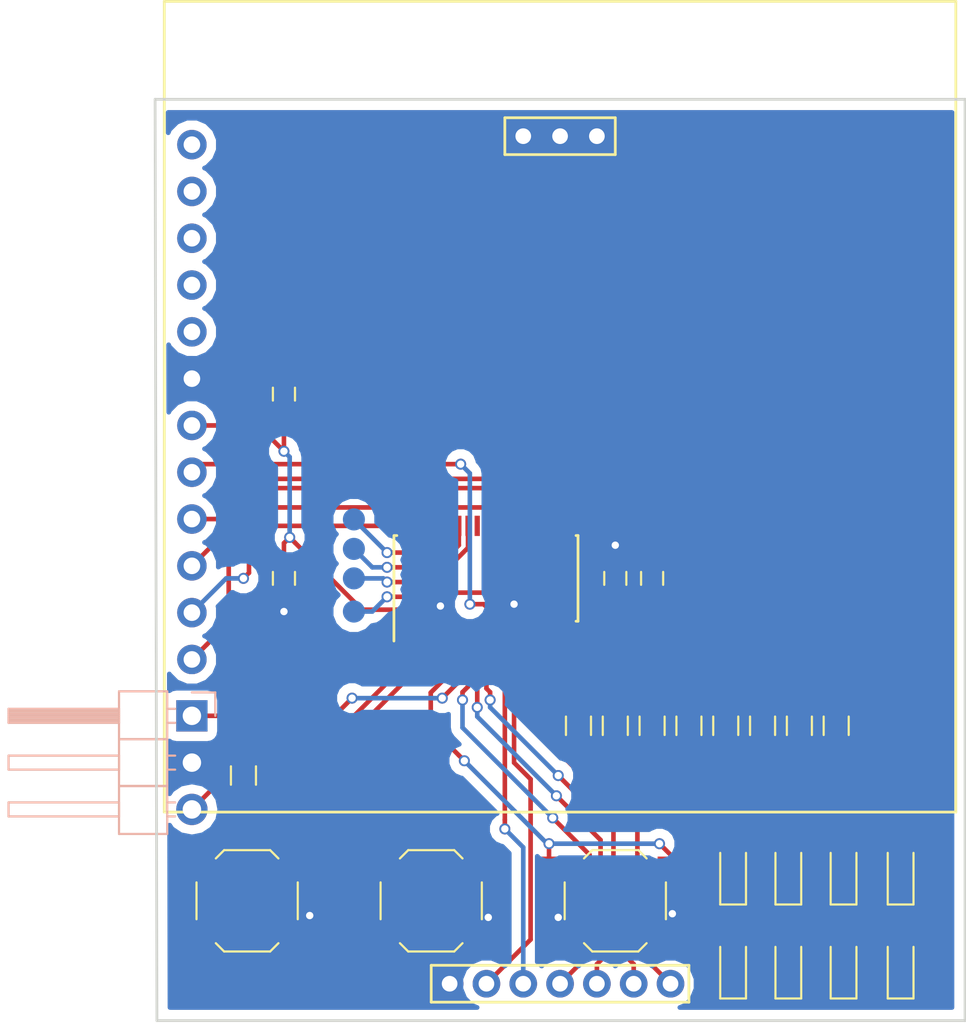
<source format=kicad_pcb>
(kicad_pcb (version 4) (host pcbnew 4.0.6)

  (general
    (links 72)
    (no_connects 4)
    (area 88.924999 75.924999 133.075001 126.075001)
    (thickness 1.6)
    (drawings 4)
    (tracks 329)
    (zones 0)
    (modules 32)
    (nets 38)
  )

  (page A4)
  (layers
    (0 F.Cu signal)
    (31 B.Cu signal)
    (32 B.Adhes user)
    (33 F.Adhes user)
    (34 B.Paste user)
    (35 F.Paste user)
    (36 B.SilkS user)
    (37 F.SilkS user)
    (38 B.Mask user)
    (39 F.Mask user)
    (40 Dwgs.User user)
    (41 Cmts.User user)
    (42 Eco1.User user)
    (43 Eco2.User user)
    (44 Edge.Cuts user)
    (45 Margin user)
    (46 B.CrtYd user)
    (47 F.CrtYd user)
    (48 B.Fab user hide)
    (49 F.Fab user hide)
  )

  (setup
    (last_trace_width 0.25)
    (trace_clearance 0.2)
    (zone_clearance 0.508)
    (zone_45_only no)
    (trace_min 0.2)
    (segment_width 0.2)
    (edge_width 0.15)
    (via_size 0.6)
    (via_drill 0.4)
    (via_min_size 0.4)
    (via_min_drill 0.3)
    (uvia_size 0.3)
    (uvia_drill 0.1)
    (uvias_allowed no)
    (uvia_min_size 0.2)
    (uvia_min_drill 0.1)
    (pcb_text_width 0.3)
    (pcb_text_size 1.5 1.5)
    (mod_edge_width 0.15)
    (mod_text_size 1 1)
    (mod_text_width 0.15)
    (pad_size 1.524 1.524)
    (pad_drill 0.762)
    (pad_to_mask_clearance 0.2)
    (aux_axis_origin 0 0)
    (visible_elements 7FFFFF7F)
    (pcbplotparams
      (layerselection 0x00030_80000001)
      (usegerberextensions false)
      (excludeedgelayer true)
      (linewidth 0.100000)
      (plotframeref false)
      (viasonmask false)
      (mode 1)
      (useauxorigin false)
      (hpglpennumber 1)
      (hpglpenspeed 20)
      (hpglpendiameter 15)
      (hpglpenoverlay 2)
      (psnegative false)
      (psa4output false)
      (plotreference true)
      (plotvalue true)
      (plotinvisibletext false)
      (padsonsilk false)
      (subtractmaskfromsilk false)
      (outputformat 1)
      (mirror false)
      (drillshape 1)
      (scaleselection 1)
      (outputdirectory ""))
  )

  (net 0 "")
  (net 1 "Net-(D101-Pad2)")
  (net 2 GND)
  (net 3 "Net-(D102-Pad2)")
  (net 4 "Net-(D103-Pad2)")
  (net 5 "Net-(D104-Pad2)")
  (net 6 "Net-(D105-Pad2)")
  (net 7 "Net-(D106-Pad2)")
  (net 8 "Net-(D107-Pad2)")
  (net 9 "Net-(D108-Pad2)")
  (net 10 /SDA)
  (net 11 /SCL)
  (net 12 VDD)
  (net 13 "Net-(R101-Pad1)")
  (net 14 "Net-(R102-Pad1)")
  (net 15 "Net-(R103-Pad1)")
  (net 16 "Net-(R104-Pad1)")
  (net 17 "Net-(R105-Pad1)")
  (net 18 "Net-(R106-Pad1)")
  (net 19 "Net-(R107-Pad1)")
  (net 20 "Net-(R108-Pad1)")
  (net 21 /MOSI)
  (net 22 /CS)
  (net 23 "Net-(SW101-Pad1)")
  (net 24 "Net-(SW102-Pad1)")
  (net 25 "Net-(SW103-Pad1)")
  (net 26 /~INT)
  (net 27 /FETSOFF)
  (net 28 /~SD)
  (net 29 /TEST)
  (net 30 /RST)
  (net 31 /LCD_RS)
  (net 32 /CLK)
  (net 33 /~LCD_RESET)
  (net 34 "Net-(J103-Pad1)")
  (net 35 "Net-(J104-Pad1)")
  (net 36 "Net-(J105-Pad1)")
  (net 37 "Net-(J106-Pad1)")

  (net_class Default "This is the default net class."
    (clearance 0.2)
    (trace_width 0.25)
    (via_dia 0.6)
    (via_drill 0.4)
    (uvia_dia 0.3)
    (uvia_drill 0.1)
    (add_net /CLK)
    (add_net /CS)
    (add_net /FETSOFF)
    (add_net /LCD_RS)
    (add_net /MOSI)
    (add_net /RST)
    (add_net /SCL)
    (add_net /SDA)
    (add_net /TEST)
    (add_net /~INT)
    (add_net /~LCD_RESET)
    (add_net /~SD)
    (add_net GND)
    (add_net "Net-(D101-Pad2)")
    (add_net "Net-(D102-Pad2)")
    (add_net "Net-(D103-Pad2)")
    (add_net "Net-(D104-Pad2)")
    (add_net "Net-(D105-Pad2)")
    (add_net "Net-(D106-Pad2)")
    (add_net "Net-(D107-Pad2)")
    (add_net "Net-(D108-Pad2)")
    (add_net "Net-(J103-Pad1)")
    (add_net "Net-(J104-Pad1)")
    (add_net "Net-(J105-Pad1)")
    (add_net "Net-(J106-Pad1)")
    (add_net "Net-(R101-Pad1)")
    (add_net "Net-(R102-Pad1)")
    (add_net "Net-(R103-Pad1)")
    (add_net "Net-(R104-Pad1)")
    (add_net "Net-(R105-Pad1)")
    (add_net "Net-(R106-Pad1)")
    (add_net "Net-(R107-Pad1)")
    (add_net "Net-(R108-Pad1)")
    (add_net "Net-(SW101-Pad1)")
    (add_net "Net-(SW102-Pad1)")
    (add_net "Net-(SW103-Pad1)")
    (add_net VDD)
  )

  (module Buttons_Switches_SMD:SW_SPST_TL3342 (layer F.Cu) (tedit 59466545) (tstamp 59466534)
    (at 114 119.5)
    (descr "Low-profile SMD Tactile Switch, https://www.e-switch.com/system/asset/product_line/data_sheet/165/TL3342.pdf")
    (tags "SPST Tactile Switch")
    (path /59466570)
    (attr smd)
    (fp_text reference SW101 (at 0 -3.75) (layer F.SilkS) hide
      (effects (font (size 1 1) (thickness 0.15)))
    )
    (fp_text value SW_Push (at 0 3.75) (layer F.Fab)
      (effects (font (size 1 1) (thickness 0.15)))
    )
    (fp_text user %R (at 0 -3.75) (layer F.Fab)
      (effects (font (size 1 1) (thickness 0.15)))
    )
    (fp_line (start 3.2 2.1) (end 3.2 1.6) (layer F.Fab) (width 0.1))
    (fp_line (start 3.2 -2.1) (end 3.2 -1.6) (layer F.Fab) (width 0.1))
    (fp_line (start -3.2 2.1) (end -3.2 1.6) (layer F.Fab) (width 0.1))
    (fp_line (start -3.2 -2.1) (end -3.2 -1.6) (layer F.Fab) (width 0.1))
    (fp_line (start 2.7 -2.1) (end 2.7 -1.6) (layer F.Fab) (width 0.1))
    (fp_line (start 1.7 -2.1) (end 3.2 -2.1) (layer F.Fab) (width 0.1))
    (fp_line (start 3.2 -1.6) (end 2.2 -1.6) (layer F.Fab) (width 0.1))
    (fp_line (start -2.7 -2.1) (end -2.7 -1.6) (layer F.Fab) (width 0.1))
    (fp_line (start -1.7 -2.1) (end -3.2 -2.1) (layer F.Fab) (width 0.1))
    (fp_line (start -3.2 -1.6) (end -2.2 -1.6) (layer F.Fab) (width 0.1))
    (fp_line (start -2.7 2.1) (end -2.7 1.6) (layer F.Fab) (width 0.1))
    (fp_line (start -3.2 1.6) (end -2.2 1.6) (layer F.Fab) (width 0.1))
    (fp_line (start -1.7 2.1) (end -3.2 2.1) (layer F.Fab) (width 0.1))
    (fp_line (start 1.7 2.1) (end 3.2 2.1) (layer F.Fab) (width 0.1))
    (fp_line (start 2.7 2.1) (end 2.7 1.6) (layer F.Fab) (width 0.1))
    (fp_line (start 3.2 1.6) (end 2.2 1.6) (layer F.Fab) (width 0.1))
    (fp_line (start -1.7 2.3) (end -1.25 2.75) (layer F.SilkS) (width 0.12))
    (fp_line (start 1.7 2.3) (end 1.25 2.75) (layer F.SilkS) (width 0.12))
    (fp_line (start 1.7 -2.3) (end 1.25 -2.75) (layer F.SilkS) (width 0.12))
    (fp_line (start -1.7 -2.3) (end -1.25 -2.75) (layer F.SilkS) (width 0.12))
    (fp_line (start -2 -1) (end -1 -2) (layer F.Fab) (width 0.1))
    (fp_line (start -1 -2) (end 1 -2) (layer F.Fab) (width 0.1))
    (fp_line (start 1 -2) (end 2 -1) (layer F.Fab) (width 0.1))
    (fp_line (start 2 -1) (end 2 1) (layer F.Fab) (width 0.1))
    (fp_line (start 2 1) (end 1 2) (layer F.Fab) (width 0.1))
    (fp_line (start 1 2) (end -1 2) (layer F.Fab) (width 0.1))
    (fp_line (start -1 2) (end -2 1) (layer F.Fab) (width 0.1))
    (fp_line (start -2 1) (end -2 -1) (layer F.Fab) (width 0.1))
    (fp_line (start 2.75 -1) (end 2.75 1) (layer F.SilkS) (width 0.12))
    (fp_line (start -1.25 2.75) (end 1.25 2.75) (layer F.SilkS) (width 0.12))
    (fp_line (start -2.75 -1) (end -2.75 1) (layer F.SilkS) (width 0.12))
    (fp_line (start -1.25 -2.75) (end 1.25 -2.75) (layer F.SilkS) (width 0.12))
    (fp_line (start -2.6 -1.2) (end -2.6 1.2) (layer F.Fab) (width 0.1))
    (fp_line (start -2.6 1.2) (end -1.2 2.6) (layer F.Fab) (width 0.1))
    (fp_line (start -1.2 2.6) (end 1.2 2.6) (layer F.Fab) (width 0.1))
    (fp_line (start 1.2 2.6) (end 2.6 1.2) (layer F.Fab) (width 0.1))
    (fp_line (start 2.6 1.2) (end 2.6 -1.2) (layer F.Fab) (width 0.1))
    (fp_line (start 2.6 -1.2) (end 1.2 -2.6) (layer F.Fab) (width 0.1))
    (fp_line (start 1.2 -2.6) (end -1.2 -2.6) (layer F.Fab) (width 0.1))
    (fp_line (start -1.2 -2.6) (end -2.6 -1.2) (layer F.Fab) (width 0.1))
    (fp_line (start -4.25 -3) (end 4.25 -3) (layer F.CrtYd) (width 0.05))
    (fp_line (start 4.25 -3) (end 4.25 3) (layer F.CrtYd) (width 0.05))
    (fp_line (start 4.25 3) (end -4.25 3) (layer F.CrtYd) (width 0.05))
    (fp_line (start -4.25 3) (end -4.25 -3) (layer F.CrtYd) (width 0.05))
    (fp_circle (center 0 0) (end 1 0) (layer F.Fab) (width 0.1))
    (pad 1 smd rect (at -3.15 -1.9) (size 1.7 1) (layers F.Cu F.Paste F.Mask)
      (net 23 "Net-(SW101-Pad1)"))
    (pad 1 smd rect (at 3.15 -1.9) (size 1.7 1) (layers F.Cu F.Paste F.Mask)
      (net 23 "Net-(SW101-Pad1)"))
    (pad 2 smd rect (at -3.15 1.9) (size 1.7 1) (layers F.Cu F.Paste F.Mask)
      (net 2 GND))
    (pad 2 smd rect (at 3.15 1.9) (size 1.7 1) (layers F.Cu F.Paste F.Mask)
      (net 2 GND))
  )

  (module BMSFootprints:OpenBMSRiser locked (layer F.Cu) (tedit 5960A557) (tstamp 594652B0)
    (at 111 101)
    (path /59464FA2)
    (fp_text reference J101 (at 0 -19) (layer F.SilkS) hide
      (effects (font (size 1 1) (thickness 0.15)))
    )
    (fp_text value OpenBMSRiser (at 0 -21) (layer F.Fab)
      (effects (font (size 1 1) (thickness 0.15)))
    )
    (fp_line (start 3 -24) (end 3 -22) (layer F.SilkS) (width 0.15))
    (fp_line (start -3 -24) (end 3 -24) (layer F.SilkS) (width 0.15))
    (fp_line (start -3 -22) (end -3 -24) (layer F.SilkS) (width 0.15))
    (fp_line (start 3 -22) (end -3 -22) (layer F.SilkS) (width 0.15))
    (fp_line (start -7 24) (end 7 24) (layer F.SilkS) (width 0.15))
    (fp_line (start -7 22) (end -7 24) (layer F.SilkS) (width 0.15))
    (fp_line (start 7 22) (end -7 22) (layer F.SilkS) (width 0.15))
    (fp_line (start 7 24) (end 7 22) (layer F.SilkS) (width 0.15))
    (fp_line (start -20 -25) (end 0 -25) (layer F.Fab) (width 0.15))
    (fp_line (start -20 25) (end -20 -25) (layer F.Fab) (width 0.15))
    (fp_line (start 20 25) (end -20 25) (layer F.Fab) (width 0.15))
    (fp_line (start 20 -25) (end 20 25) (layer F.Fab) (width 0.15))
    (fp_line (start 0 -25) (end 20 -25) (layer F.Fab) (width 0.15))
    (pad 1 thru_hole circle (at 2 -23) (size 1.5 1.5) (drill 0.85) (layers *.Cu *.Mask)
      (net 2 GND))
    (pad 1 thru_hole circle (at 0 -23) (size 1.5 1.5) (drill 0.85) (layers *.Cu *.Mask)
      (net 2 GND))
    (pad 1 thru_hole circle (at -2 -23) (size 1.5 1.5) (drill 0.85) (layers *.Cu *.Mask)
      (net 2 GND))
    (pad 4 thru_hole circle (at 0 23) (size 1.5 1.5) (drill 0.85) (layers *.Cu *.Mask)
      (net 26 /~INT))
    (pad 5 thru_hole circle (at 2 23) (size 1.5 1.5) (drill 0.85) (layers *.Cu *.Mask)
      (net 27 /FETSOFF))
    (pad 3 thru_hole circle (at -2 23) (size 1.5 1.5) (drill 0.85) (layers *.Cu *.Mask)
      (net 10 /SDA))
    (pad 2 thru_hole circle (at -4 23) (size 1.5 1.5) (drill 0.85) (layers *.Cu *.Mask)
      (net 11 /SCL))
    (pad 6 thru_hole circle (at 4 23) (size 1.5 1.5) (drill 0.85) (layers *.Cu *.Mask)
      (net 28 /~SD))
    (pad 7 thru_hole circle (at 6 23) (size 1.5 1.5) (drill 0.85) (layers *.Cu *.Mask)
      (net 12 VDD))
    (pad 1 thru_hole circle (at -6 23) (size 1.5 1.5) (drill 0.85) (layers *.Cu *.Mask)
      (net 2 GND))
  )

  (module LEDs:LED_0805 (layer F.Cu) (tedit 5946660A) (tstamp 59465278)
    (at 120.4 123 90)
    (descr "LED 0805 smd package")
    (tags "LED led 0805 SMD smd SMT smt smdled SMDLED smtled SMTLED")
    (path /594658A4)
    (attr smd)
    (fp_text reference D101 (at 0 -1.45 90) (layer F.SilkS) hide
      (effects (font (size 1 1) (thickness 0.15)))
    )
    (fp_text value LED (at 0 1.55 90) (layer F.Fab)
      (effects (font (size 1 1) (thickness 0.15)))
    )
    (fp_line (start -1.8 -0.7) (end -1.8 0.7) (layer F.SilkS) (width 0.12))
    (fp_line (start -0.4 -0.4) (end -0.4 0.4) (layer F.Fab) (width 0.1))
    (fp_line (start -0.4 0) (end 0.2 -0.4) (layer F.Fab) (width 0.1))
    (fp_line (start 0.2 0.4) (end -0.4 0) (layer F.Fab) (width 0.1))
    (fp_line (start 0.2 -0.4) (end 0.2 0.4) (layer F.Fab) (width 0.1))
    (fp_line (start 1 0.6) (end -1 0.6) (layer F.Fab) (width 0.1))
    (fp_line (start 1 -0.6) (end 1 0.6) (layer F.Fab) (width 0.1))
    (fp_line (start -1 -0.6) (end 1 -0.6) (layer F.Fab) (width 0.1))
    (fp_line (start -1 0.6) (end -1 -0.6) (layer F.Fab) (width 0.1))
    (fp_line (start -1.8 0.7) (end 1 0.7) (layer F.SilkS) (width 0.12))
    (fp_line (start -1.8 -0.7) (end 1 -0.7) (layer F.SilkS) (width 0.12))
    (fp_line (start 1.95 -0.85) (end 1.95 0.85) (layer F.CrtYd) (width 0.05))
    (fp_line (start 1.95 0.85) (end -1.95 0.85) (layer F.CrtYd) (width 0.05))
    (fp_line (start -1.95 0.85) (end -1.95 -0.85) (layer F.CrtYd) (width 0.05))
    (fp_line (start -1.95 -0.85) (end 1.95 -0.85) (layer F.CrtYd) (width 0.05))
    (pad 2 smd rect (at 1.1 0 270) (size 1.2 1.2) (layers F.Cu F.Paste F.Mask)
      (net 1 "Net-(D101-Pad2)"))
    (pad 1 smd rect (at -1.1 0 270) (size 1.2 1.2) (layers F.Cu F.Paste F.Mask)
      (net 2 GND))
    (model LEDs.3dshapes/LED_0805.wrl
      (at (xyz 0 0 0))
      (scale (xyz 1 1 1))
      (rotate (xyz 0 0 180))
    )
  )

  (module LEDs:LED_0805 (layer F.Cu) (tedit 59466607) (tstamp 5946527E)
    (at 120.4 117.9 90)
    (descr "LED 0805 smd package")
    (tags "LED led 0805 SMD smd SMT smt smdled SMDLED smtled SMTLED")
    (path /594658AA)
    (attr smd)
    (fp_text reference D102 (at 0 -1.45 90) (layer F.SilkS) hide
      (effects (font (size 1 1) (thickness 0.15)))
    )
    (fp_text value LED (at 0 1.55 90) (layer F.Fab)
      (effects (font (size 1 1) (thickness 0.15)))
    )
    (fp_line (start -1.8 -0.7) (end -1.8 0.7) (layer F.SilkS) (width 0.12))
    (fp_line (start -0.4 -0.4) (end -0.4 0.4) (layer F.Fab) (width 0.1))
    (fp_line (start -0.4 0) (end 0.2 -0.4) (layer F.Fab) (width 0.1))
    (fp_line (start 0.2 0.4) (end -0.4 0) (layer F.Fab) (width 0.1))
    (fp_line (start 0.2 -0.4) (end 0.2 0.4) (layer F.Fab) (width 0.1))
    (fp_line (start 1 0.6) (end -1 0.6) (layer F.Fab) (width 0.1))
    (fp_line (start 1 -0.6) (end 1 0.6) (layer F.Fab) (width 0.1))
    (fp_line (start -1 -0.6) (end 1 -0.6) (layer F.Fab) (width 0.1))
    (fp_line (start -1 0.6) (end -1 -0.6) (layer F.Fab) (width 0.1))
    (fp_line (start -1.8 0.7) (end 1 0.7) (layer F.SilkS) (width 0.12))
    (fp_line (start -1.8 -0.7) (end 1 -0.7) (layer F.SilkS) (width 0.12))
    (fp_line (start 1.95 -0.85) (end 1.95 0.85) (layer F.CrtYd) (width 0.05))
    (fp_line (start 1.95 0.85) (end -1.95 0.85) (layer F.CrtYd) (width 0.05))
    (fp_line (start -1.95 0.85) (end -1.95 -0.85) (layer F.CrtYd) (width 0.05))
    (fp_line (start -1.95 -0.85) (end 1.95 -0.85) (layer F.CrtYd) (width 0.05))
    (pad 2 smd rect (at 1.1 0 270) (size 1.2 1.2) (layers F.Cu F.Paste F.Mask)
      (net 3 "Net-(D102-Pad2)"))
    (pad 1 smd rect (at -1.1 0 270) (size 1.2 1.2) (layers F.Cu F.Paste F.Mask)
      (net 2 GND))
    (model LEDs.3dshapes/LED_0805.wrl
      (at (xyz 0 0 0))
      (scale (xyz 1 1 1))
      (rotate (xyz 0 0 180))
    )
  )

  (module LEDs:LED_0805 (layer F.Cu) (tedit 59466606) (tstamp 59465284)
    (at 123.4 123 90)
    (descr "LED 0805 smd package")
    (tags "LED led 0805 SMD smd SMT smt smdled SMDLED smtled SMTLED")
    (path /594658B0)
    (attr smd)
    (fp_text reference D103 (at 0 -1.45 90) (layer F.SilkS) hide
      (effects (font (size 1 1) (thickness 0.15)))
    )
    (fp_text value LED (at 0 1.55 90) (layer F.Fab)
      (effects (font (size 1 1) (thickness 0.15)))
    )
    (fp_line (start -1.8 -0.7) (end -1.8 0.7) (layer F.SilkS) (width 0.12))
    (fp_line (start -0.4 -0.4) (end -0.4 0.4) (layer F.Fab) (width 0.1))
    (fp_line (start -0.4 0) (end 0.2 -0.4) (layer F.Fab) (width 0.1))
    (fp_line (start 0.2 0.4) (end -0.4 0) (layer F.Fab) (width 0.1))
    (fp_line (start 0.2 -0.4) (end 0.2 0.4) (layer F.Fab) (width 0.1))
    (fp_line (start 1 0.6) (end -1 0.6) (layer F.Fab) (width 0.1))
    (fp_line (start 1 -0.6) (end 1 0.6) (layer F.Fab) (width 0.1))
    (fp_line (start -1 -0.6) (end 1 -0.6) (layer F.Fab) (width 0.1))
    (fp_line (start -1 0.6) (end -1 -0.6) (layer F.Fab) (width 0.1))
    (fp_line (start -1.8 0.7) (end 1 0.7) (layer F.SilkS) (width 0.12))
    (fp_line (start -1.8 -0.7) (end 1 -0.7) (layer F.SilkS) (width 0.12))
    (fp_line (start 1.95 -0.85) (end 1.95 0.85) (layer F.CrtYd) (width 0.05))
    (fp_line (start 1.95 0.85) (end -1.95 0.85) (layer F.CrtYd) (width 0.05))
    (fp_line (start -1.95 0.85) (end -1.95 -0.85) (layer F.CrtYd) (width 0.05))
    (fp_line (start -1.95 -0.85) (end 1.95 -0.85) (layer F.CrtYd) (width 0.05))
    (pad 2 smd rect (at 1.1 0 270) (size 1.2 1.2) (layers F.Cu F.Paste F.Mask)
      (net 4 "Net-(D103-Pad2)"))
    (pad 1 smd rect (at -1.1 0 270) (size 1.2 1.2) (layers F.Cu F.Paste F.Mask)
      (net 2 GND))
    (model LEDs.3dshapes/LED_0805.wrl
      (at (xyz 0 0 0))
      (scale (xyz 1 1 1))
      (rotate (xyz 0 0 180))
    )
  )

  (module LEDs:LED_0805 (layer F.Cu) (tedit 59466604) (tstamp 5946528A)
    (at 123.4 117.9 90)
    (descr "LED 0805 smd package")
    (tags "LED led 0805 SMD smd SMT smt smdled SMDLED smtled SMTLED")
    (path /594658B6)
    (attr smd)
    (fp_text reference D104 (at 0 -1.45 90) (layer F.SilkS) hide
      (effects (font (size 1 1) (thickness 0.15)))
    )
    (fp_text value LED (at 0 1.55 90) (layer F.Fab)
      (effects (font (size 1 1) (thickness 0.15)))
    )
    (fp_line (start -1.8 -0.7) (end -1.8 0.7) (layer F.SilkS) (width 0.12))
    (fp_line (start -0.4 -0.4) (end -0.4 0.4) (layer F.Fab) (width 0.1))
    (fp_line (start -0.4 0) (end 0.2 -0.4) (layer F.Fab) (width 0.1))
    (fp_line (start 0.2 0.4) (end -0.4 0) (layer F.Fab) (width 0.1))
    (fp_line (start 0.2 -0.4) (end 0.2 0.4) (layer F.Fab) (width 0.1))
    (fp_line (start 1 0.6) (end -1 0.6) (layer F.Fab) (width 0.1))
    (fp_line (start 1 -0.6) (end 1 0.6) (layer F.Fab) (width 0.1))
    (fp_line (start -1 -0.6) (end 1 -0.6) (layer F.Fab) (width 0.1))
    (fp_line (start -1 0.6) (end -1 -0.6) (layer F.Fab) (width 0.1))
    (fp_line (start -1.8 0.7) (end 1 0.7) (layer F.SilkS) (width 0.12))
    (fp_line (start -1.8 -0.7) (end 1 -0.7) (layer F.SilkS) (width 0.12))
    (fp_line (start 1.95 -0.85) (end 1.95 0.85) (layer F.CrtYd) (width 0.05))
    (fp_line (start 1.95 0.85) (end -1.95 0.85) (layer F.CrtYd) (width 0.05))
    (fp_line (start -1.95 0.85) (end -1.95 -0.85) (layer F.CrtYd) (width 0.05))
    (fp_line (start -1.95 -0.85) (end 1.95 -0.85) (layer F.CrtYd) (width 0.05))
    (pad 2 smd rect (at 1.1 0 270) (size 1.2 1.2) (layers F.Cu F.Paste F.Mask)
      (net 5 "Net-(D104-Pad2)"))
    (pad 1 smd rect (at -1.1 0 270) (size 1.2 1.2) (layers F.Cu F.Paste F.Mask)
      (net 2 GND))
    (model LEDs.3dshapes/LED_0805.wrl
      (at (xyz 0 0 0))
      (scale (xyz 1 1 1))
      (rotate (xyz 0 0 180))
    )
  )

  (module LEDs:LED_0805 (layer F.Cu) (tedit 594665FC) (tstamp 59465290)
    (at 126.4 123 90)
    (descr "LED 0805 smd package")
    (tags "LED led 0805 SMD smd SMT smt smdled SMDLED smtled SMTLED")
    (path /594651D3)
    (attr smd)
    (fp_text reference D105 (at 0 -1.45 90) (layer F.SilkS) hide
      (effects (font (size 1 1) (thickness 0.15)))
    )
    (fp_text value LED (at 0 1.55 90) (layer F.Fab)
      (effects (font (size 1 1) (thickness 0.15)))
    )
    (fp_line (start -1.8 -0.7) (end -1.8 0.7) (layer F.SilkS) (width 0.12))
    (fp_line (start -0.4 -0.4) (end -0.4 0.4) (layer F.Fab) (width 0.1))
    (fp_line (start -0.4 0) (end 0.2 -0.4) (layer F.Fab) (width 0.1))
    (fp_line (start 0.2 0.4) (end -0.4 0) (layer F.Fab) (width 0.1))
    (fp_line (start 0.2 -0.4) (end 0.2 0.4) (layer F.Fab) (width 0.1))
    (fp_line (start 1 0.6) (end -1 0.6) (layer F.Fab) (width 0.1))
    (fp_line (start 1 -0.6) (end 1 0.6) (layer F.Fab) (width 0.1))
    (fp_line (start -1 -0.6) (end 1 -0.6) (layer F.Fab) (width 0.1))
    (fp_line (start -1 0.6) (end -1 -0.6) (layer F.Fab) (width 0.1))
    (fp_line (start -1.8 0.7) (end 1 0.7) (layer F.SilkS) (width 0.12))
    (fp_line (start -1.8 -0.7) (end 1 -0.7) (layer F.SilkS) (width 0.12))
    (fp_line (start 1.95 -0.85) (end 1.95 0.85) (layer F.CrtYd) (width 0.05))
    (fp_line (start 1.95 0.85) (end -1.95 0.85) (layer F.CrtYd) (width 0.05))
    (fp_line (start -1.95 0.85) (end -1.95 -0.85) (layer F.CrtYd) (width 0.05))
    (fp_line (start -1.95 -0.85) (end 1.95 -0.85) (layer F.CrtYd) (width 0.05))
    (pad 2 smd rect (at 1.1 0 270) (size 1.2 1.2) (layers F.Cu F.Paste F.Mask)
      (net 6 "Net-(D105-Pad2)"))
    (pad 1 smd rect (at -1.1 0 270) (size 1.2 1.2) (layers F.Cu F.Paste F.Mask)
      (net 2 GND))
    (model LEDs.3dshapes/LED_0805.wrl
      (at (xyz 0 0 0))
      (scale (xyz 1 1 1))
      (rotate (xyz 0 0 180))
    )
  )

  (module LEDs:LED_0805 (layer F.Cu) (tedit 594665FE) (tstamp 59465296)
    (at 126.4 117.9 90)
    (descr "LED 0805 smd package")
    (tags "LED led 0805 SMD smd SMT smt smdled SMDLED smtled SMTLED")
    (path /594656FB)
    (attr smd)
    (fp_text reference D106 (at 0 -1.45 90) (layer F.SilkS) hide
      (effects (font (size 1 1) (thickness 0.15)))
    )
    (fp_text value LED (at 0 1.55 90) (layer F.Fab)
      (effects (font (size 1 1) (thickness 0.15)))
    )
    (fp_line (start -1.8 -0.7) (end -1.8 0.7) (layer F.SilkS) (width 0.12))
    (fp_line (start -0.4 -0.4) (end -0.4 0.4) (layer F.Fab) (width 0.1))
    (fp_line (start -0.4 0) (end 0.2 -0.4) (layer F.Fab) (width 0.1))
    (fp_line (start 0.2 0.4) (end -0.4 0) (layer F.Fab) (width 0.1))
    (fp_line (start 0.2 -0.4) (end 0.2 0.4) (layer F.Fab) (width 0.1))
    (fp_line (start 1 0.6) (end -1 0.6) (layer F.Fab) (width 0.1))
    (fp_line (start 1 -0.6) (end 1 0.6) (layer F.Fab) (width 0.1))
    (fp_line (start -1 -0.6) (end 1 -0.6) (layer F.Fab) (width 0.1))
    (fp_line (start -1 0.6) (end -1 -0.6) (layer F.Fab) (width 0.1))
    (fp_line (start -1.8 0.7) (end 1 0.7) (layer F.SilkS) (width 0.12))
    (fp_line (start -1.8 -0.7) (end 1 -0.7) (layer F.SilkS) (width 0.12))
    (fp_line (start 1.95 -0.85) (end 1.95 0.85) (layer F.CrtYd) (width 0.05))
    (fp_line (start 1.95 0.85) (end -1.95 0.85) (layer F.CrtYd) (width 0.05))
    (fp_line (start -1.95 0.85) (end -1.95 -0.85) (layer F.CrtYd) (width 0.05))
    (fp_line (start -1.95 -0.85) (end 1.95 -0.85) (layer F.CrtYd) (width 0.05))
    (pad 2 smd rect (at 1.1 0 270) (size 1.2 1.2) (layers F.Cu F.Paste F.Mask)
      (net 7 "Net-(D106-Pad2)"))
    (pad 1 smd rect (at -1.1 0 270) (size 1.2 1.2) (layers F.Cu F.Paste F.Mask)
      (net 2 GND))
    (model LEDs.3dshapes/LED_0805.wrl
      (at (xyz 0 0 0))
      (scale (xyz 1 1 1))
      (rotate (xyz 0 0 180))
    )
  )

  (module LEDs:LED_0805 (layer F.Cu) (tedit 59466600) (tstamp 5946529C)
    (at 129.5 123 90)
    (descr "LED 0805 smd package")
    (tags "LED led 0805 SMD smd SMT smt smdled SMDLED smtled SMTLED")
    (path /59465739)
    (attr smd)
    (fp_text reference D107 (at 0 -1.45 90) (layer F.SilkS) hide
      (effects (font (size 1 1) (thickness 0.15)))
    )
    (fp_text value LED (at 0 1.55 90) (layer F.Fab)
      (effects (font (size 1 1) (thickness 0.15)))
    )
    (fp_line (start -1.8 -0.7) (end -1.8 0.7) (layer F.SilkS) (width 0.12))
    (fp_line (start -0.4 -0.4) (end -0.4 0.4) (layer F.Fab) (width 0.1))
    (fp_line (start -0.4 0) (end 0.2 -0.4) (layer F.Fab) (width 0.1))
    (fp_line (start 0.2 0.4) (end -0.4 0) (layer F.Fab) (width 0.1))
    (fp_line (start 0.2 -0.4) (end 0.2 0.4) (layer F.Fab) (width 0.1))
    (fp_line (start 1 0.6) (end -1 0.6) (layer F.Fab) (width 0.1))
    (fp_line (start 1 -0.6) (end 1 0.6) (layer F.Fab) (width 0.1))
    (fp_line (start -1 -0.6) (end 1 -0.6) (layer F.Fab) (width 0.1))
    (fp_line (start -1 0.6) (end -1 -0.6) (layer F.Fab) (width 0.1))
    (fp_line (start -1.8 0.7) (end 1 0.7) (layer F.SilkS) (width 0.12))
    (fp_line (start -1.8 -0.7) (end 1 -0.7) (layer F.SilkS) (width 0.12))
    (fp_line (start 1.95 -0.85) (end 1.95 0.85) (layer F.CrtYd) (width 0.05))
    (fp_line (start 1.95 0.85) (end -1.95 0.85) (layer F.CrtYd) (width 0.05))
    (fp_line (start -1.95 0.85) (end -1.95 -0.85) (layer F.CrtYd) (width 0.05))
    (fp_line (start -1.95 -0.85) (end 1.95 -0.85) (layer F.CrtYd) (width 0.05))
    (pad 2 smd rect (at 1.1 0 270) (size 1.2 1.2) (layers F.Cu F.Paste F.Mask)
      (net 8 "Net-(D107-Pad2)"))
    (pad 1 smd rect (at -1.1 0 270) (size 1.2 1.2) (layers F.Cu F.Paste F.Mask)
      (net 2 GND))
    (model LEDs.3dshapes/LED_0805.wrl
      (at (xyz 0 0 0))
      (scale (xyz 1 1 1))
      (rotate (xyz 0 0 180))
    )
  )

  (module LEDs:LED_0805 (layer F.Cu) (tedit 59466602) (tstamp 594652A2)
    (at 129.5 117.9 90)
    (descr "LED 0805 smd package")
    (tags "LED led 0805 SMD smd SMT smt smdled SMDLED smtled SMTLED")
    (path /59465782)
    (attr smd)
    (fp_text reference D108 (at 0 -1.45 90) (layer F.SilkS) hide
      (effects (font (size 1 1) (thickness 0.15)))
    )
    (fp_text value LED (at 0 1.55 90) (layer F.Fab)
      (effects (font (size 1 1) (thickness 0.15)))
    )
    (fp_line (start -1.8 -0.7) (end -1.8 0.7) (layer F.SilkS) (width 0.12))
    (fp_line (start -0.4 -0.4) (end -0.4 0.4) (layer F.Fab) (width 0.1))
    (fp_line (start -0.4 0) (end 0.2 -0.4) (layer F.Fab) (width 0.1))
    (fp_line (start 0.2 0.4) (end -0.4 0) (layer F.Fab) (width 0.1))
    (fp_line (start 0.2 -0.4) (end 0.2 0.4) (layer F.Fab) (width 0.1))
    (fp_line (start 1 0.6) (end -1 0.6) (layer F.Fab) (width 0.1))
    (fp_line (start 1 -0.6) (end 1 0.6) (layer F.Fab) (width 0.1))
    (fp_line (start -1 -0.6) (end 1 -0.6) (layer F.Fab) (width 0.1))
    (fp_line (start -1 0.6) (end -1 -0.6) (layer F.Fab) (width 0.1))
    (fp_line (start -1.8 0.7) (end 1 0.7) (layer F.SilkS) (width 0.12))
    (fp_line (start -1.8 -0.7) (end 1 -0.7) (layer F.SilkS) (width 0.12))
    (fp_line (start 1.95 -0.85) (end 1.95 0.85) (layer F.CrtYd) (width 0.05))
    (fp_line (start 1.95 0.85) (end -1.95 0.85) (layer F.CrtYd) (width 0.05))
    (fp_line (start -1.95 0.85) (end -1.95 -0.85) (layer F.CrtYd) (width 0.05))
    (fp_line (start -1.95 -0.85) (end 1.95 -0.85) (layer F.CrtYd) (width 0.05))
    (pad 2 smd rect (at 1.1 0 270) (size 1.2 1.2) (layers F.Cu F.Paste F.Mask)
      (net 9 "Net-(D108-Pad2)"))
    (pad 1 smd rect (at -1.1 0 270) (size 1.2 1.2) (layers F.Cu F.Paste F.Mask)
      (net 2 GND))
    (model LEDs.3dshapes/LED_0805.wrl
      (at (xyz 0 0 0))
      (scale (xyz 1 1 1))
      (rotate (xyz 0 0 180))
    )
  )

  (module Resistors_SMD:R_0603 (layer F.Cu) (tedit 5948CD4F) (tstamp 594652B6)
    (at 114 110 270)
    (descr "Resistor SMD 0603, reflow soldering, Vishay (see dcrcw.pdf)")
    (tags "resistor 0603")
    (path /59465372)
    (attr smd)
    (fp_text reference R101 (at 0 -1.45 270) (layer F.SilkS) hide
      (effects (font (size 1 1) (thickness 0.15)))
    )
    (fp_text value 1k (at 0 1.5 270) (layer F.Fab)
      (effects (font (size 1 1) (thickness 0.15)))
    )
    (fp_text user %R (at 0 0 270) (layer F.Fab)
      (effects (font (size 0.5 0.5) (thickness 0.075)))
    )
    (fp_line (start -0.8 0.4) (end -0.8 -0.4) (layer F.Fab) (width 0.1))
    (fp_line (start 0.8 0.4) (end -0.8 0.4) (layer F.Fab) (width 0.1))
    (fp_line (start 0.8 -0.4) (end 0.8 0.4) (layer F.Fab) (width 0.1))
    (fp_line (start -0.8 -0.4) (end 0.8 -0.4) (layer F.Fab) (width 0.1))
    (fp_line (start 0.5 0.68) (end -0.5 0.68) (layer F.SilkS) (width 0.12))
    (fp_line (start -0.5 -0.68) (end 0.5 -0.68) (layer F.SilkS) (width 0.12))
    (fp_line (start -1.25 -0.7) (end 1.25 -0.7) (layer F.CrtYd) (width 0.05))
    (fp_line (start -1.25 -0.7) (end -1.25 0.7) (layer F.CrtYd) (width 0.05))
    (fp_line (start 1.25 0.7) (end 1.25 -0.7) (layer F.CrtYd) (width 0.05))
    (fp_line (start 1.25 0.7) (end -1.25 0.7) (layer F.CrtYd) (width 0.05))
    (pad 1 smd rect (at -0.75 0 270) (size 0.5 0.9) (layers F.Cu F.Paste F.Mask)
      (net 13 "Net-(R101-Pad1)"))
    (pad 2 smd rect (at 0.75 0 270) (size 0.5 0.9) (layers F.Cu F.Paste F.Mask)
      (net 3 "Net-(D102-Pad2)"))
    (model ${KISYS3DMOD}/Resistors_SMD.3dshapes/R_0603.wrl
      (at (xyz 0 0 0))
      (scale (xyz 1 1 1))
      (rotate (xyz 0 0 0))
    )
  )

  (module Resistors_SMD:R_0603 (layer F.Cu) (tedit 5948CD5A) (tstamp 594652BC)
    (at 118 110 270)
    (descr "Resistor SMD 0603, reflow soldering, Vishay (see dcrcw.pdf)")
    (tags "resistor 0603")
    (path /594653DB)
    (attr smd)
    (fp_text reference R102 (at 0 -1.45 270) (layer F.SilkS) hide
      (effects (font (size 1 1) (thickness 0.15)))
    )
    (fp_text value 1k (at 0 1.5 270) (layer F.Fab)
      (effects (font (size 1 1) (thickness 0.15)))
    )
    (fp_text user %R (at 0 0 270) (layer F.Fab)
      (effects (font (size 0.5 0.5) (thickness 0.075)))
    )
    (fp_line (start -0.8 0.4) (end -0.8 -0.4) (layer F.Fab) (width 0.1))
    (fp_line (start 0.8 0.4) (end -0.8 0.4) (layer F.Fab) (width 0.1))
    (fp_line (start 0.8 -0.4) (end 0.8 0.4) (layer F.Fab) (width 0.1))
    (fp_line (start -0.8 -0.4) (end 0.8 -0.4) (layer F.Fab) (width 0.1))
    (fp_line (start 0.5 0.68) (end -0.5 0.68) (layer F.SilkS) (width 0.12))
    (fp_line (start -0.5 -0.68) (end 0.5 -0.68) (layer F.SilkS) (width 0.12))
    (fp_line (start -1.25 -0.7) (end 1.25 -0.7) (layer F.CrtYd) (width 0.05))
    (fp_line (start -1.25 -0.7) (end -1.25 0.7) (layer F.CrtYd) (width 0.05))
    (fp_line (start 1.25 0.7) (end 1.25 -0.7) (layer F.CrtYd) (width 0.05))
    (fp_line (start 1.25 0.7) (end -1.25 0.7) (layer F.CrtYd) (width 0.05))
    (pad 1 smd rect (at -0.75 0 270) (size 0.5 0.9) (layers F.Cu F.Paste F.Mask)
      (net 14 "Net-(R102-Pad1)"))
    (pad 2 smd rect (at 0.75 0 270) (size 0.5 0.9) (layers F.Cu F.Paste F.Mask)
      (net 5 "Net-(D104-Pad2)"))
    (model ${KISYS3DMOD}/Resistors_SMD.3dshapes/R_0603.wrl
      (at (xyz 0 0 0))
      (scale (xyz 1 1 1))
      (rotate (xyz 0 0 0))
    )
  )

  (module Resistors_SMD:R_0603 (layer F.Cu) (tedit 5948CD5F) (tstamp 594652C2)
    (at 122 110 270)
    (descr "Resistor SMD 0603, reflow soldering, Vishay (see dcrcw.pdf)")
    (tags "resistor 0603")
    (path /59465452)
    (attr smd)
    (fp_text reference R103 (at 0 -1.45 270) (layer F.SilkS) hide
      (effects (font (size 1 1) (thickness 0.15)))
    )
    (fp_text value 1k (at 0 1.5 270) (layer F.Fab)
      (effects (font (size 1 1) (thickness 0.15)))
    )
    (fp_text user %R (at 0 0 270) (layer F.Fab)
      (effects (font (size 0.5 0.5) (thickness 0.075)))
    )
    (fp_line (start -0.8 0.4) (end -0.8 -0.4) (layer F.Fab) (width 0.1))
    (fp_line (start 0.8 0.4) (end -0.8 0.4) (layer F.Fab) (width 0.1))
    (fp_line (start 0.8 -0.4) (end 0.8 0.4) (layer F.Fab) (width 0.1))
    (fp_line (start -0.8 -0.4) (end 0.8 -0.4) (layer F.Fab) (width 0.1))
    (fp_line (start 0.5 0.68) (end -0.5 0.68) (layer F.SilkS) (width 0.12))
    (fp_line (start -0.5 -0.68) (end 0.5 -0.68) (layer F.SilkS) (width 0.12))
    (fp_line (start -1.25 -0.7) (end 1.25 -0.7) (layer F.CrtYd) (width 0.05))
    (fp_line (start -1.25 -0.7) (end -1.25 0.7) (layer F.CrtYd) (width 0.05))
    (fp_line (start 1.25 0.7) (end 1.25 -0.7) (layer F.CrtYd) (width 0.05))
    (fp_line (start 1.25 0.7) (end -1.25 0.7) (layer F.CrtYd) (width 0.05))
    (pad 1 smd rect (at -0.75 0 270) (size 0.5 0.9) (layers F.Cu F.Paste F.Mask)
      (net 15 "Net-(R103-Pad1)"))
    (pad 2 smd rect (at 0.75 0 270) (size 0.5 0.9) (layers F.Cu F.Paste F.Mask)
      (net 7 "Net-(D106-Pad2)"))
    (model ${KISYS3DMOD}/Resistors_SMD.3dshapes/R_0603.wrl
      (at (xyz 0 0 0))
      (scale (xyz 1 1 1))
      (rotate (xyz 0 0 0))
    )
  )

  (module Resistors_SMD:R_0603 (layer F.Cu) (tedit 5948CD64) (tstamp 594652C8)
    (at 126 110 270)
    (descr "Resistor SMD 0603, reflow soldering, Vishay (see dcrcw.pdf)")
    (tags "resistor 0603")
    (path /594654CD)
    (attr smd)
    (fp_text reference R104 (at 0 -1.45 270) (layer F.SilkS) hide
      (effects (font (size 1 1) (thickness 0.15)))
    )
    (fp_text value 1k (at 0 1.5 270) (layer F.Fab)
      (effects (font (size 1 1) (thickness 0.15)))
    )
    (fp_text user %R (at 0 0 270) (layer F.Fab)
      (effects (font (size 0.5 0.5) (thickness 0.075)))
    )
    (fp_line (start -0.8 0.4) (end -0.8 -0.4) (layer F.Fab) (width 0.1))
    (fp_line (start 0.8 0.4) (end -0.8 0.4) (layer F.Fab) (width 0.1))
    (fp_line (start 0.8 -0.4) (end 0.8 0.4) (layer F.Fab) (width 0.1))
    (fp_line (start -0.8 -0.4) (end 0.8 -0.4) (layer F.Fab) (width 0.1))
    (fp_line (start 0.5 0.68) (end -0.5 0.68) (layer F.SilkS) (width 0.12))
    (fp_line (start -0.5 -0.68) (end 0.5 -0.68) (layer F.SilkS) (width 0.12))
    (fp_line (start -1.25 -0.7) (end 1.25 -0.7) (layer F.CrtYd) (width 0.05))
    (fp_line (start -1.25 -0.7) (end -1.25 0.7) (layer F.CrtYd) (width 0.05))
    (fp_line (start 1.25 0.7) (end 1.25 -0.7) (layer F.CrtYd) (width 0.05))
    (fp_line (start 1.25 0.7) (end -1.25 0.7) (layer F.CrtYd) (width 0.05))
    (pad 1 smd rect (at -0.75 0 270) (size 0.5 0.9) (layers F.Cu F.Paste F.Mask)
      (net 16 "Net-(R104-Pad1)"))
    (pad 2 smd rect (at 0.75 0 270) (size 0.5 0.9) (layers F.Cu F.Paste F.Mask)
      (net 9 "Net-(D108-Pad2)"))
    (model ${KISYS3DMOD}/Resistors_SMD.3dshapes/R_0603.wrl
      (at (xyz 0 0 0))
      (scale (xyz 1 1 1))
      (rotate (xyz 0 0 0))
    )
  )

  (module Resistors_SMD:R_0603 (layer F.Cu) (tedit 5948CD52) (tstamp 594652CE)
    (at 112 110 270)
    (descr "Resistor SMD 0603, reflow soldering, Vishay (see dcrcw.pdf)")
    (tags "resistor 0603")
    (path /594652C6)
    (attr smd)
    (fp_text reference R105 (at 0 -1.45 270) (layer F.SilkS) hide
      (effects (font (size 1 1) (thickness 0.15)))
    )
    (fp_text value 1k (at 0 1.5 270) (layer F.Fab)
      (effects (font (size 1 1) (thickness 0.15)))
    )
    (fp_text user %R (at 0 0 270) (layer F.Fab)
      (effects (font (size 0.5 0.5) (thickness 0.075)))
    )
    (fp_line (start -0.8 0.4) (end -0.8 -0.4) (layer F.Fab) (width 0.1))
    (fp_line (start 0.8 0.4) (end -0.8 0.4) (layer F.Fab) (width 0.1))
    (fp_line (start 0.8 -0.4) (end 0.8 0.4) (layer F.Fab) (width 0.1))
    (fp_line (start -0.8 -0.4) (end 0.8 -0.4) (layer F.Fab) (width 0.1))
    (fp_line (start 0.5 0.68) (end -0.5 0.68) (layer F.SilkS) (width 0.12))
    (fp_line (start -0.5 -0.68) (end 0.5 -0.68) (layer F.SilkS) (width 0.12))
    (fp_line (start -1.25 -0.7) (end 1.25 -0.7) (layer F.CrtYd) (width 0.05))
    (fp_line (start -1.25 -0.7) (end -1.25 0.7) (layer F.CrtYd) (width 0.05))
    (fp_line (start 1.25 0.7) (end 1.25 -0.7) (layer F.CrtYd) (width 0.05))
    (fp_line (start 1.25 0.7) (end -1.25 0.7) (layer F.CrtYd) (width 0.05))
    (pad 1 smd rect (at -0.75 0 270) (size 0.5 0.9) (layers F.Cu F.Paste F.Mask)
      (net 17 "Net-(R105-Pad1)"))
    (pad 2 smd rect (at 0.75 0 270) (size 0.5 0.9) (layers F.Cu F.Paste F.Mask)
      (net 1 "Net-(D101-Pad2)"))
    (model ${KISYS3DMOD}/Resistors_SMD.3dshapes/R_0603.wrl
      (at (xyz 0 0 0))
      (scale (xyz 1 1 1))
      (rotate (xyz 0 0 0))
    )
  )

  (module Resistors_SMD:R_0603 (layer F.Cu) (tedit 5948CD57) (tstamp 594652D4)
    (at 116 110 270)
    (descr "Resistor SMD 0603, reflow soldering, Vishay (see dcrcw.pdf)")
    (tags "resistor 0603")
    (path /594653AB)
    (attr smd)
    (fp_text reference R106 (at 0 -1.45 270) (layer F.SilkS) hide
      (effects (font (size 1 1) (thickness 0.15)))
    )
    (fp_text value 1k (at 0 1.5 270) (layer F.Fab)
      (effects (font (size 1 1) (thickness 0.15)))
    )
    (fp_text user %R (at 0 0 270) (layer F.Fab)
      (effects (font (size 0.5 0.5) (thickness 0.075)))
    )
    (fp_line (start -0.8 0.4) (end -0.8 -0.4) (layer F.Fab) (width 0.1))
    (fp_line (start 0.8 0.4) (end -0.8 0.4) (layer F.Fab) (width 0.1))
    (fp_line (start 0.8 -0.4) (end 0.8 0.4) (layer F.Fab) (width 0.1))
    (fp_line (start -0.8 -0.4) (end 0.8 -0.4) (layer F.Fab) (width 0.1))
    (fp_line (start 0.5 0.68) (end -0.5 0.68) (layer F.SilkS) (width 0.12))
    (fp_line (start -0.5 -0.68) (end 0.5 -0.68) (layer F.SilkS) (width 0.12))
    (fp_line (start -1.25 -0.7) (end 1.25 -0.7) (layer F.CrtYd) (width 0.05))
    (fp_line (start -1.25 -0.7) (end -1.25 0.7) (layer F.CrtYd) (width 0.05))
    (fp_line (start 1.25 0.7) (end 1.25 -0.7) (layer F.CrtYd) (width 0.05))
    (fp_line (start 1.25 0.7) (end -1.25 0.7) (layer F.CrtYd) (width 0.05))
    (pad 1 smd rect (at -0.75 0 270) (size 0.5 0.9) (layers F.Cu F.Paste F.Mask)
      (net 18 "Net-(R106-Pad1)"))
    (pad 2 smd rect (at 0.75 0 270) (size 0.5 0.9) (layers F.Cu F.Paste F.Mask)
      (net 4 "Net-(D103-Pad2)"))
    (model ${KISYS3DMOD}/Resistors_SMD.3dshapes/R_0603.wrl
      (at (xyz 0 0 0))
      (scale (xyz 1 1 1))
      (rotate (xyz 0 0 0))
    )
  )

  (module Resistors_SMD:R_0603 (layer F.Cu) (tedit 5948CD5C) (tstamp 594652DA)
    (at 120 110 270)
    (descr "Resistor SMD 0603, reflow soldering, Vishay (see dcrcw.pdf)")
    (tags "resistor 0603")
    (path /59465410)
    (attr smd)
    (fp_text reference R107 (at 0 -1.45 270) (layer F.SilkS) hide
      (effects (font (size 1 1) (thickness 0.15)))
    )
    (fp_text value 1k (at 0 1.5 270) (layer F.Fab)
      (effects (font (size 1 1) (thickness 0.15)))
    )
    (fp_text user %R (at 0 0 270) (layer F.Fab)
      (effects (font (size 0.5 0.5) (thickness 0.075)))
    )
    (fp_line (start -0.8 0.4) (end -0.8 -0.4) (layer F.Fab) (width 0.1))
    (fp_line (start 0.8 0.4) (end -0.8 0.4) (layer F.Fab) (width 0.1))
    (fp_line (start 0.8 -0.4) (end 0.8 0.4) (layer F.Fab) (width 0.1))
    (fp_line (start -0.8 -0.4) (end 0.8 -0.4) (layer F.Fab) (width 0.1))
    (fp_line (start 0.5 0.68) (end -0.5 0.68) (layer F.SilkS) (width 0.12))
    (fp_line (start -0.5 -0.68) (end 0.5 -0.68) (layer F.SilkS) (width 0.12))
    (fp_line (start -1.25 -0.7) (end 1.25 -0.7) (layer F.CrtYd) (width 0.05))
    (fp_line (start -1.25 -0.7) (end -1.25 0.7) (layer F.CrtYd) (width 0.05))
    (fp_line (start 1.25 0.7) (end 1.25 -0.7) (layer F.CrtYd) (width 0.05))
    (fp_line (start 1.25 0.7) (end -1.25 0.7) (layer F.CrtYd) (width 0.05))
    (pad 1 smd rect (at -0.75 0 270) (size 0.5 0.9) (layers F.Cu F.Paste F.Mask)
      (net 19 "Net-(R107-Pad1)"))
    (pad 2 smd rect (at 0.75 0 270) (size 0.5 0.9) (layers F.Cu F.Paste F.Mask)
      (net 6 "Net-(D105-Pad2)"))
    (model ${KISYS3DMOD}/Resistors_SMD.3dshapes/R_0603.wrl
      (at (xyz 0 0 0))
      (scale (xyz 1 1 1))
      (rotate (xyz 0 0 0))
    )
  )

  (module Resistors_SMD:R_0603 (layer F.Cu) (tedit 5948CD61) (tstamp 594652E0)
    (at 124 110 270)
    (descr "Resistor SMD 0603, reflow soldering, Vishay (see dcrcw.pdf)")
    (tags "resistor 0603")
    (path /5946548F)
    (attr smd)
    (fp_text reference R108 (at 0 -1.45 270) (layer F.SilkS) hide
      (effects (font (size 1 1) (thickness 0.15)))
    )
    (fp_text value 1k (at 0 1.5 270) (layer F.Fab)
      (effects (font (size 1 1) (thickness 0.15)))
    )
    (fp_text user %R (at 0 0 270) (layer F.Fab)
      (effects (font (size 0.5 0.5) (thickness 0.075)))
    )
    (fp_line (start -0.8 0.4) (end -0.8 -0.4) (layer F.Fab) (width 0.1))
    (fp_line (start 0.8 0.4) (end -0.8 0.4) (layer F.Fab) (width 0.1))
    (fp_line (start 0.8 -0.4) (end 0.8 0.4) (layer F.Fab) (width 0.1))
    (fp_line (start -0.8 -0.4) (end 0.8 -0.4) (layer F.Fab) (width 0.1))
    (fp_line (start 0.5 0.68) (end -0.5 0.68) (layer F.SilkS) (width 0.12))
    (fp_line (start -0.5 -0.68) (end 0.5 -0.68) (layer F.SilkS) (width 0.12))
    (fp_line (start -1.25 -0.7) (end 1.25 -0.7) (layer F.CrtYd) (width 0.05))
    (fp_line (start -1.25 -0.7) (end -1.25 0.7) (layer F.CrtYd) (width 0.05))
    (fp_line (start 1.25 0.7) (end 1.25 -0.7) (layer F.CrtYd) (width 0.05))
    (fp_line (start 1.25 0.7) (end -1.25 0.7) (layer F.CrtYd) (width 0.05))
    (pad 1 smd rect (at -0.75 0 270) (size 0.5 0.9) (layers F.Cu F.Paste F.Mask)
      (net 20 "Net-(R108-Pad1)"))
    (pad 2 smd rect (at 0.75 0 270) (size 0.5 0.9) (layers F.Cu F.Paste F.Mask)
      (net 8 "Net-(D107-Pad2)"))
    (model ${KISYS3DMOD}/Resistors_SMD.3dshapes/R_0603.wrl
      (at (xyz 0 0 0))
      (scale (xyz 1 1 1))
      (rotate (xyz 0 0 0))
    )
  )

  (module Resistors_SMD:R_0603 (layer F.Cu) (tedit 5948CD54) (tstamp 594652E6)
    (at 93.8 112.7 90)
    (descr "Resistor SMD 0603, reflow soldering, Vishay (see dcrcw.pdf)")
    (tags "resistor 0603")
    (path /594663E0)
    (attr smd)
    (fp_text reference R109 (at 0 -1.45 90) (layer F.SilkS) hide
      (effects (font (size 1 1) (thickness 0.15)))
    )
    (fp_text value 10k (at 0 1.5 90) (layer F.Fab)
      (effects (font (size 1 1) (thickness 0.15)))
    )
    (fp_text user %R (at 0 0 90) (layer F.Fab)
      (effects (font (size 0.5 0.5) (thickness 0.075)))
    )
    (fp_line (start -0.8 0.4) (end -0.8 -0.4) (layer F.Fab) (width 0.1))
    (fp_line (start 0.8 0.4) (end -0.8 0.4) (layer F.Fab) (width 0.1))
    (fp_line (start 0.8 -0.4) (end 0.8 0.4) (layer F.Fab) (width 0.1))
    (fp_line (start -0.8 -0.4) (end 0.8 -0.4) (layer F.Fab) (width 0.1))
    (fp_line (start 0.5 0.68) (end -0.5 0.68) (layer F.SilkS) (width 0.12))
    (fp_line (start -0.5 -0.68) (end 0.5 -0.68) (layer F.SilkS) (width 0.12))
    (fp_line (start -1.25 -0.7) (end 1.25 -0.7) (layer F.CrtYd) (width 0.05))
    (fp_line (start -1.25 -0.7) (end -1.25 0.7) (layer F.CrtYd) (width 0.05))
    (fp_line (start 1.25 0.7) (end 1.25 -0.7) (layer F.CrtYd) (width 0.05))
    (fp_line (start 1.25 0.7) (end -1.25 0.7) (layer F.CrtYd) (width 0.05))
    (pad 1 smd rect (at -0.75 0 90) (size 0.5 0.9) (layers F.Cu F.Paste F.Mask)
      (net 30 /RST))
    (pad 2 smd rect (at 0.75 0 90) (size 0.5 0.9) (layers F.Cu F.Paste F.Mask)
      (net 12 VDD))
    (model ${KISYS3DMOD}/Resistors_SMD.3dshapes/R_0603.wrl
      (at (xyz 0 0 0))
      (scale (xyz 1 1 1))
      (rotate (xyz 0 0 0))
    )
  )

  (module Housings_SSOP:TSSOP-38_4.4x9.7mm_Pitch0.5mm (layer F.Cu) (tedit 5960A553) (tstamp 59465310)
    (at 107 102 90)
    (descr "TSSOP38: plastic thin shrink small outline package; 38 leads; body width 4.4 mm (see NXP SSOP-TSSOP-VSO-REFLOW.pdf and sot510-1_po.pdf)")
    (tags "SSOP 0.5")
    (path /59464EB2)
    (attr smd)
    (fp_text reference U101 (at 0 -5.9 90) (layer F.SilkS) hide
      (effects (font (size 1 1) (thickness 0.15)))
    )
    (fp_text value MSP430G2755IDA38 (at 0 5.9 90) (layer F.Fab)
      (effects (font (size 1 1) (thickness 0.15)))
    )
    (fp_line (start -1.2 -4.85) (end 2.2 -4.85) (layer F.Fab) (width 0.15))
    (fp_line (start 2.2 -4.85) (end 2.2 4.85) (layer F.Fab) (width 0.15))
    (fp_line (start 2.2 4.85) (end -2.2 4.85) (layer F.Fab) (width 0.15))
    (fp_line (start -2.2 4.85) (end -2.2 -3.85) (layer F.Fab) (width 0.15))
    (fp_line (start -2.2 -3.85) (end -1.2 -4.85) (layer F.Fab) (width 0.15))
    (fp_line (start -3.65 -5.15) (end -3.65 5.15) (layer F.CrtYd) (width 0.05))
    (fp_line (start 3.65 -5.15) (end 3.65 5.15) (layer F.CrtYd) (width 0.05))
    (fp_line (start -3.65 -5.15) (end 3.65 -5.15) (layer F.CrtYd) (width 0.05))
    (fp_line (start -3.65 5.15) (end 3.65 5.15) (layer F.CrtYd) (width 0.05))
    (fp_line (start 2.325 -4.975) (end 2.325 -4.8675) (layer F.SilkS) (width 0.15))
    (fp_line (start 2.325 4.975) (end 2.325 4.8675) (layer F.SilkS) (width 0.15))
    (fp_line (start -2.325 4.975) (end -2.325 4.8675) (layer F.SilkS) (width 0.15))
    (fp_line (start -3.4 -5.025) (end 2.325 -5.025) (layer F.SilkS) (width 0.15))
    (fp_line (start -2.325 4.975) (end 2.325 4.975) (layer F.SilkS) (width 0.15))
    (fp_text user %R (at 0 0 90) (layer F.Fab)
      (effects (font (size 0.8 0.8) (thickness 0.15)))
    )
    (pad 1 smd rect (at -2.85 -4.5 90) (size 1.1 0.285) (layers F.Cu F.Paste F.Mask)
      (net 29 /TEST))
    (pad 2 smd rect (at -2.85 -4 90) (size 1.1 0.285) (layers F.Cu F.Paste F.Mask)
      (net 12 VDD))
    (pad 3 smd rect (at -2.85 -3.5 90) (size 1.1 0.285) (layers F.Cu F.Paste F.Mask)
      (net 25 "Net-(SW103-Pad1)"))
    (pad 4 smd rect (at -2.85 -3 90) (size 1.1 0.285) (layers F.Cu F.Paste F.Mask)
      (net 2 GND))
    (pad 5 smd rect (at -2.85 -2.5 90) (size 1.1 0.285) (layers F.Cu F.Paste F.Mask)
      (net 24 "Net-(SW102-Pad1)"))
    (pad 6 smd rect (at -2.85 -2 90) (size 1.1 0.285) (layers F.Cu F.Paste F.Mask)
      (net 23 "Net-(SW101-Pad1)"))
    (pad 7 smd rect (at -2.85 -1.5 90) (size 1.1 0.285) (layers F.Cu F.Paste F.Mask)
      (net 30 /RST))
    (pad 8 smd rect (at -2.85 -1 90) (size 1.1 0.285) (layers F.Cu F.Paste F.Mask)
      (net 26 /~INT))
    (pad 9 smd rect (at -2.85 -0.5 90) (size 1.1 0.285) (layers F.Cu F.Paste F.Mask)
      (net 27 /FETSOFF))
    (pad 10 smd rect (at -2.85 0 90) (size 1.1 0.285) (layers F.Cu F.Paste F.Mask)
      (net 28 /~SD))
    (pad 11 smd rect (at -2.85 0.5 90) (size 1.1 0.285) (layers F.Cu F.Paste F.Mask)
      (net 32 /CLK))
    (pad 12 smd rect (at -2.85 1 90) (size 1.1 0.285) (layers F.Cu F.Paste F.Mask)
      (net 10 /SDA))
    (pad 13 smd rect (at -2.85 1.5 90) (size 1.1 0.285) (layers F.Cu F.Paste F.Mask)
      (net 11 /SCL))
    (pad 14 smd rect (at -2.85 2 90) (size 1.1 0.285) (layers F.Cu F.Paste F.Mask))
    (pad 15 smd rect (at -2.85 2.5 90) (size 1.1 0.285) (layers F.Cu F.Paste F.Mask)
      (net 2 GND))
    (pad 16 smd rect (at -2.85 3 90) (size 1.1 0.285) (layers F.Cu F.Paste F.Mask)
      (net 12 VDD))
    (pad 17 smd rect (at -2.85 3.5 90) (size 1.1 0.285) (layers F.Cu F.Paste F.Mask)
      (net 17 "Net-(R105-Pad1)"))
    (pad 18 smd rect (at -2.85 4 90) (size 1.1 0.285) (layers F.Cu F.Paste F.Mask)
      (net 13 "Net-(R101-Pad1)"))
    (pad 19 smd rect (at -2.85 4.5 90) (size 1.1 0.285) (layers F.Cu F.Paste F.Mask)
      (net 18 "Net-(R106-Pad1)"))
    (pad 20 smd rect (at 2.85 4.5 90) (size 1.1 0.285) (layers F.Cu F.Paste F.Mask)
      (net 14 "Net-(R102-Pad1)"))
    (pad 21 smd rect (at 2.85 4 90) (size 1.1 0.285) (layers F.Cu F.Paste F.Mask)
      (net 19 "Net-(R107-Pad1)"))
    (pad 22 smd rect (at 2.85 3.5 90) (size 1.1 0.285) (layers F.Cu F.Paste F.Mask)
      (net 15 "Net-(R103-Pad1)"))
    (pad 23 smd rect (at 2.85 3 90) (size 1.1 0.285) (layers F.Cu F.Paste F.Mask)
      (net 20 "Net-(R108-Pad1)"))
    (pad 24 smd rect (at 2.85 2.5 90) (size 1.1 0.285) (layers F.Cu F.Paste F.Mask)
      (net 16 "Net-(R104-Pad1)"))
    (pad 25 smd rect (at 2.85 2 90) (size 1.1 0.285) (layers F.Cu F.Paste F.Mask)
      (net 21 /MOSI))
    (pad 26 smd rect (at 2.85 1.5 90) (size 1.1 0.285) (layers F.Cu F.Paste F.Mask))
    (pad 27 smd rect (at 2.85 1 90) (size 1.1 0.285) (layers F.Cu F.Paste F.Mask)
      (net 31 /LCD_RS))
    (pad 28 smd rect (at 2.85 0.5 90) (size 1.1 0.285) (layers F.Cu F.Paste F.Mask)
      (net 22 /CS))
    (pad 29 smd rect (at 2.85 0 90) (size 1.1 0.285) (layers F.Cu F.Paste F.Mask))
    (pad 30 smd rect (at 2.85 -0.5 90) (size 1.1 0.285) (layers F.Cu F.Paste F.Mask))
    (pad 31 smd rect (at 2.85 -1 90) (size 1.1 0.285) (layers F.Cu F.Paste F.Mask)
      (net 34 "Net-(J103-Pad1)"))
    (pad 32 smd rect (at 2.85 -1.5 90) (size 1.1 0.285) (layers F.Cu F.Paste F.Mask)
      (net 35 "Net-(J104-Pad1)"))
    (pad 33 smd rect (at 2.85 -2 90) (size 1.1 0.285) (layers F.Cu F.Paste F.Mask)
      (net 36 "Net-(J105-Pad1)"))
    (pad 34 smd rect (at 2.85 -2.5 90) (size 1.1 0.285) (layers F.Cu F.Paste F.Mask)
      (net 37 "Net-(J106-Pad1)"))
    (pad 35 smd rect (at 2.85 -3 90) (size 1.1 0.285) (layers F.Cu F.Paste F.Mask))
    (pad 36 smd rect (at 2.85 -3.5 90) (size 1.1 0.285) (layers F.Cu F.Paste F.Mask))
    (pad 37 smd rect (at 2.85 -4 90) (size 1.1 0.285) (layers F.Cu F.Paste F.Mask))
    (pad 38 smd rect (at 2.85 -4.5 90) (size 1.1 0.285) (layers F.Cu F.Paste F.Mask)
      (net 33 /~LCD_RESET))
    (model ${KISYS3DMOD}/Housings_SSOP.3dshapes/TSSOP-38_4.4x9.7mm_Pitch0.5mm.wrl
      (at (xyz 0 0 0))
      (scale (xyz 1 1 1))
      (rotate (xyz 0 0 0))
    )
  )

  (module BMSFootprints:JLX12864G (layer F.Cu) (tedit 5960A551) (tstamp 594658BD)
    (at 111 92.684 90)
    (path /59466F08)
    (fp_text reference U102 (at 0 0.5 90) (layer F.SilkS) hide
      (effects (font (size 1 1) (thickness 0.15)))
    )
    (fp_text value JLX12864G (at 0 -0.5 90) (layer F.Fab)
      (effects (font (size 1 1) (thickness 0.15)))
    )
    (fp_line (start -22 21.5) (end -22 -21.5) (layer F.SilkS) (width 0.15))
    (fp_line (start 22 21.5) (end -22 21.5) (layer F.SilkS) (width 0.15))
    (fp_line (start 22 -21.5) (end 22 21.5) (layer F.SilkS) (width 0.15))
    (fp_line (start -22 -21.5) (end 22 -21.5) (layer F.SilkS) (width 0.15))
    (pad 1 thru_hole circle (at 14.224 -20 90) (size 1.6 1.6) (drill 0.9) (layers *.Cu *.Mask))
    (pad 2 thru_hole circle (at 11.684 -20 90) (size 1.6 1.6) (drill 0.9) (layers *.Cu *.Mask))
    (pad 3 thru_hole circle (at 9.144 -20 90) (size 1.6 1.6) (drill 0.9) (layers *.Cu *.Mask))
    (pad 4 thru_hole circle (at 6.604 -20 90) (size 1.6 1.6) (drill 0.9) (layers *.Cu *.Mask))
    (pad 5 thru_hole circle (at 4.064 -20 90) (size 1.6 1.6) (drill 0.9) (layers *.Cu *.Mask))
    (pad 6 thru_hole circle (at 1.524 -20 90) (size 1.6 1.6) (drill 0.9) (layers *.Cu *.Mask)
      (net 2 GND))
    (pad 7 thru_hole circle (at -1.016 -20 90) (size 1.6 1.6) (drill 0.9) (layers *.Cu *.Mask)
      (net 12 VDD))
    (pad 8 thru_hole circle (at -3.556 -20 90) (size 1.6 1.6) (drill 0.9) (layers *.Cu *.Mask)
      (net 32 /CLK))
    (pad 9 thru_hole circle (at -6.096 -20 90) (size 1.6 1.6) (drill 0.9) (layers *.Cu *.Mask)
      (net 21 /MOSI))
    (pad 10 thru_hole circle (at -8.636 -20 90) (size 1.6 1.6) (drill 0.9) (layers *.Cu *.Mask)
      (net 31 /LCD_RS))
    (pad 11 thru_hole circle (at -11.176 -20 90) (size 1.6 1.6) (drill 0.9) (layers *.Cu *.Mask)
      (net 33 /~LCD_RESET))
    (pad 12 thru_hole circle (at -13.716 -20 90) (size 1.6 1.6) (drill 0.9) (layers *.Cu *.Mask)
      (net 22 /CS))
  )

  (module Buttons_Switches_SMD:SW_SPST_TL3342 (layer F.Cu) (tedit 59466543) (tstamp 5946653C)
    (at 104 119.5)
    (descr "Low-profile SMD Tactile Switch, https://www.e-switch.com/system/asset/product_line/data_sheet/165/TL3342.pdf")
    (tags "SPST Tactile Switch")
    (path /5946668E)
    (attr smd)
    (fp_text reference SW102 (at 0 -3.75) (layer F.SilkS) hide
      (effects (font (size 1 1) (thickness 0.15)))
    )
    (fp_text value SW_Push (at 0 3.75) (layer F.Fab)
      (effects (font (size 1 1) (thickness 0.15)))
    )
    (fp_text user %R (at 0 -3.75) (layer F.Fab)
      (effects (font (size 1 1) (thickness 0.15)))
    )
    (fp_line (start 3.2 2.1) (end 3.2 1.6) (layer F.Fab) (width 0.1))
    (fp_line (start 3.2 -2.1) (end 3.2 -1.6) (layer F.Fab) (width 0.1))
    (fp_line (start -3.2 2.1) (end -3.2 1.6) (layer F.Fab) (width 0.1))
    (fp_line (start -3.2 -2.1) (end -3.2 -1.6) (layer F.Fab) (width 0.1))
    (fp_line (start 2.7 -2.1) (end 2.7 -1.6) (layer F.Fab) (width 0.1))
    (fp_line (start 1.7 -2.1) (end 3.2 -2.1) (layer F.Fab) (width 0.1))
    (fp_line (start 3.2 -1.6) (end 2.2 -1.6) (layer F.Fab) (width 0.1))
    (fp_line (start -2.7 -2.1) (end -2.7 -1.6) (layer F.Fab) (width 0.1))
    (fp_line (start -1.7 -2.1) (end -3.2 -2.1) (layer F.Fab) (width 0.1))
    (fp_line (start -3.2 -1.6) (end -2.2 -1.6) (layer F.Fab) (width 0.1))
    (fp_line (start -2.7 2.1) (end -2.7 1.6) (layer F.Fab) (width 0.1))
    (fp_line (start -3.2 1.6) (end -2.2 1.6) (layer F.Fab) (width 0.1))
    (fp_line (start -1.7 2.1) (end -3.2 2.1) (layer F.Fab) (width 0.1))
    (fp_line (start 1.7 2.1) (end 3.2 2.1) (layer F.Fab) (width 0.1))
    (fp_line (start 2.7 2.1) (end 2.7 1.6) (layer F.Fab) (width 0.1))
    (fp_line (start 3.2 1.6) (end 2.2 1.6) (layer F.Fab) (width 0.1))
    (fp_line (start -1.7 2.3) (end -1.25 2.75) (layer F.SilkS) (width 0.12))
    (fp_line (start 1.7 2.3) (end 1.25 2.75) (layer F.SilkS) (width 0.12))
    (fp_line (start 1.7 -2.3) (end 1.25 -2.75) (layer F.SilkS) (width 0.12))
    (fp_line (start -1.7 -2.3) (end -1.25 -2.75) (layer F.SilkS) (width 0.12))
    (fp_line (start -2 -1) (end -1 -2) (layer F.Fab) (width 0.1))
    (fp_line (start -1 -2) (end 1 -2) (layer F.Fab) (width 0.1))
    (fp_line (start 1 -2) (end 2 -1) (layer F.Fab) (width 0.1))
    (fp_line (start 2 -1) (end 2 1) (layer F.Fab) (width 0.1))
    (fp_line (start 2 1) (end 1 2) (layer F.Fab) (width 0.1))
    (fp_line (start 1 2) (end -1 2) (layer F.Fab) (width 0.1))
    (fp_line (start -1 2) (end -2 1) (layer F.Fab) (width 0.1))
    (fp_line (start -2 1) (end -2 -1) (layer F.Fab) (width 0.1))
    (fp_line (start 2.75 -1) (end 2.75 1) (layer F.SilkS) (width 0.12))
    (fp_line (start -1.25 2.75) (end 1.25 2.75) (layer F.SilkS) (width 0.12))
    (fp_line (start -2.75 -1) (end -2.75 1) (layer F.SilkS) (width 0.12))
    (fp_line (start -1.25 -2.75) (end 1.25 -2.75) (layer F.SilkS) (width 0.12))
    (fp_line (start -2.6 -1.2) (end -2.6 1.2) (layer F.Fab) (width 0.1))
    (fp_line (start -2.6 1.2) (end -1.2 2.6) (layer F.Fab) (width 0.1))
    (fp_line (start -1.2 2.6) (end 1.2 2.6) (layer F.Fab) (width 0.1))
    (fp_line (start 1.2 2.6) (end 2.6 1.2) (layer F.Fab) (width 0.1))
    (fp_line (start 2.6 1.2) (end 2.6 -1.2) (layer F.Fab) (width 0.1))
    (fp_line (start 2.6 -1.2) (end 1.2 -2.6) (layer F.Fab) (width 0.1))
    (fp_line (start 1.2 -2.6) (end -1.2 -2.6) (layer F.Fab) (width 0.1))
    (fp_line (start -1.2 -2.6) (end -2.6 -1.2) (layer F.Fab) (width 0.1))
    (fp_line (start -4.25 -3) (end 4.25 -3) (layer F.CrtYd) (width 0.05))
    (fp_line (start 4.25 -3) (end 4.25 3) (layer F.CrtYd) (width 0.05))
    (fp_line (start 4.25 3) (end -4.25 3) (layer F.CrtYd) (width 0.05))
    (fp_line (start -4.25 3) (end -4.25 -3) (layer F.CrtYd) (width 0.05))
    (fp_circle (center 0 0) (end 1 0) (layer F.Fab) (width 0.1))
    (pad 1 smd rect (at -3.15 -1.9) (size 1.7 1) (layers F.Cu F.Paste F.Mask)
      (net 24 "Net-(SW102-Pad1)"))
    (pad 1 smd rect (at 3.15 -1.9) (size 1.7 1) (layers F.Cu F.Paste F.Mask)
      (net 24 "Net-(SW102-Pad1)"))
    (pad 2 smd rect (at -3.15 1.9) (size 1.7 1) (layers F.Cu F.Paste F.Mask)
      (net 2 GND))
    (pad 2 smd rect (at 3.15 1.9) (size 1.7 1) (layers F.Cu F.Paste F.Mask)
      (net 2 GND))
  )

  (module Buttons_Switches_SMD:SW_SPST_TL3342 (layer F.Cu) (tedit 59466542) (tstamp 59466544)
    (at 94 119.5)
    (descr "Low-profile SMD Tactile Switch, https://www.e-switch.com/system/asset/product_line/data_sheet/165/TL3342.pdf")
    (tags "SPST Tactile Switch")
    (path /594666EC)
    (attr smd)
    (fp_text reference SW103 (at 0 -3.75) (layer F.SilkS) hide
      (effects (font (size 1 1) (thickness 0.15)))
    )
    (fp_text value SW_Push (at 0 3.75) (layer F.Fab)
      (effects (font (size 1 1) (thickness 0.15)))
    )
    (fp_text user %R (at 0 -3.75) (layer F.Fab)
      (effects (font (size 1 1) (thickness 0.15)))
    )
    (fp_line (start 3.2 2.1) (end 3.2 1.6) (layer F.Fab) (width 0.1))
    (fp_line (start 3.2 -2.1) (end 3.2 -1.6) (layer F.Fab) (width 0.1))
    (fp_line (start -3.2 2.1) (end -3.2 1.6) (layer F.Fab) (width 0.1))
    (fp_line (start -3.2 -2.1) (end -3.2 -1.6) (layer F.Fab) (width 0.1))
    (fp_line (start 2.7 -2.1) (end 2.7 -1.6) (layer F.Fab) (width 0.1))
    (fp_line (start 1.7 -2.1) (end 3.2 -2.1) (layer F.Fab) (width 0.1))
    (fp_line (start 3.2 -1.6) (end 2.2 -1.6) (layer F.Fab) (width 0.1))
    (fp_line (start -2.7 -2.1) (end -2.7 -1.6) (layer F.Fab) (width 0.1))
    (fp_line (start -1.7 -2.1) (end -3.2 -2.1) (layer F.Fab) (width 0.1))
    (fp_line (start -3.2 -1.6) (end -2.2 -1.6) (layer F.Fab) (width 0.1))
    (fp_line (start -2.7 2.1) (end -2.7 1.6) (layer F.Fab) (width 0.1))
    (fp_line (start -3.2 1.6) (end -2.2 1.6) (layer F.Fab) (width 0.1))
    (fp_line (start -1.7 2.1) (end -3.2 2.1) (layer F.Fab) (width 0.1))
    (fp_line (start 1.7 2.1) (end 3.2 2.1) (layer F.Fab) (width 0.1))
    (fp_line (start 2.7 2.1) (end 2.7 1.6) (layer F.Fab) (width 0.1))
    (fp_line (start 3.2 1.6) (end 2.2 1.6) (layer F.Fab) (width 0.1))
    (fp_line (start -1.7 2.3) (end -1.25 2.75) (layer F.SilkS) (width 0.12))
    (fp_line (start 1.7 2.3) (end 1.25 2.75) (layer F.SilkS) (width 0.12))
    (fp_line (start 1.7 -2.3) (end 1.25 -2.75) (layer F.SilkS) (width 0.12))
    (fp_line (start -1.7 -2.3) (end -1.25 -2.75) (layer F.SilkS) (width 0.12))
    (fp_line (start -2 -1) (end -1 -2) (layer F.Fab) (width 0.1))
    (fp_line (start -1 -2) (end 1 -2) (layer F.Fab) (width 0.1))
    (fp_line (start 1 -2) (end 2 -1) (layer F.Fab) (width 0.1))
    (fp_line (start 2 -1) (end 2 1) (layer F.Fab) (width 0.1))
    (fp_line (start 2 1) (end 1 2) (layer F.Fab) (width 0.1))
    (fp_line (start 1 2) (end -1 2) (layer F.Fab) (width 0.1))
    (fp_line (start -1 2) (end -2 1) (layer F.Fab) (width 0.1))
    (fp_line (start -2 1) (end -2 -1) (layer F.Fab) (width 0.1))
    (fp_line (start 2.75 -1) (end 2.75 1) (layer F.SilkS) (width 0.12))
    (fp_line (start -1.25 2.75) (end 1.25 2.75) (layer F.SilkS) (width 0.12))
    (fp_line (start -2.75 -1) (end -2.75 1) (layer F.SilkS) (width 0.12))
    (fp_line (start -1.25 -2.75) (end 1.25 -2.75) (layer F.SilkS) (width 0.12))
    (fp_line (start -2.6 -1.2) (end -2.6 1.2) (layer F.Fab) (width 0.1))
    (fp_line (start -2.6 1.2) (end -1.2 2.6) (layer F.Fab) (width 0.1))
    (fp_line (start -1.2 2.6) (end 1.2 2.6) (layer F.Fab) (width 0.1))
    (fp_line (start 1.2 2.6) (end 2.6 1.2) (layer F.Fab) (width 0.1))
    (fp_line (start 2.6 1.2) (end 2.6 -1.2) (layer F.Fab) (width 0.1))
    (fp_line (start 2.6 -1.2) (end 1.2 -2.6) (layer F.Fab) (width 0.1))
    (fp_line (start 1.2 -2.6) (end -1.2 -2.6) (layer F.Fab) (width 0.1))
    (fp_line (start -1.2 -2.6) (end -2.6 -1.2) (layer F.Fab) (width 0.1))
    (fp_line (start -4.25 -3) (end 4.25 -3) (layer F.CrtYd) (width 0.05))
    (fp_line (start 4.25 -3) (end 4.25 3) (layer F.CrtYd) (width 0.05))
    (fp_line (start 4.25 3) (end -4.25 3) (layer F.CrtYd) (width 0.05))
    (fp_line (start -4.25 3) (end -4.25 -3) (layer F.CrtYd) (width 0.05))
    (fp_circle (center 0 0) (end 1 0) (layer F.Fab) (width 0.1))
    (pad 1 smd rect (at -3.15 -1.9) (size 1.7 1) (layers F.Cu F.Paste F.Mask)
      (net 25 "Net-(SW103-Pad1)"))
    (pad 1 smd rect (at 3.15 -1.9) (size 1.7 1) (layers F.Cu F.Paste F.Mask)
      (net 25 "Net-(SW103-Pad1)"))
    (pad 2 smd rect (at -3.15 1.9) (size 1.7 1) (layers F.Cu F.Paste F.Mask)
      (net 2 GND))
    (pad 2 smd rect (at 3.15 1.9) (size 1.7 1) (layers F.Cu F.Paste F.Mask)
      (net 2 GND))
  )

  (module Pin_Headers:Pin_Header_Angled_1x03_Pitch2.54mm (layer B.Cu) (tedit 5960A559) (tstamp 5948CCF9)
    (at 91 109.46 180)
    (descr "Through hole angled pin header, 1x03, 2.54mm pitch, 6mm pin length, single row")
    (tags "Through hole angled pin header THT 1x03 2.54mm single row")
    (path /5948CD3C)
    (fp_text reference J102 (at 4.315 2.27 180) (layer B.SilkS) hide
      (effects (font (size 1 1) (thickness 0.15)) (justify mirror))
    )
    (fp_text value Programming (at 4.315 -7.35 180) (layer B.Fab)
      (effects (font (size 1 1) (thickness 0.15)) (justify mirror))
    )
    (fp_line (start 1.4 1.27) (end 1.4 -1.27) (layer B.Fab) (width 0.1))
    (fp_line (start 1.4 -1.27) (end 3.9 -1.27) (layer B.Fab) (width 0.1))
    (fp_line (start 3.9 -1.27) (end 3.9 1.27) (layer B.Fab) (width 0.1))
    (fp_line (start 3.9 1.27) (end 1.4 1.27) (layer B.Fab) (width 0.1))
    (fp_line (start 0 0.32) (end 0 -0.32) (layer B.Fab) (width 0.1))
    (fp_line (start 0 -0.32) (end 9.9 -0.32) (layer B.Fab) (width 0.1))
    (fp_line (start 9.9 -0.32) (end 9.9 0.32) (layer B.Fab) (width 0.1))
    (fp_line (start 9.9 0.32) (end 0 0.32) (layer B.Fab) (width 0.1))
    (fp_line (start 1.4 -1.27) (end 1.4 -3.81) (layer B.Fab) (width 0.1))
    (fp_line (start 1.4 -3.81) (end 3.9 -3.81) (layer B.Fab) (width 0.1))
    (fp_line (start 3.9 -3.81) (end 3.9 -1.27) (layer B.Fab) (width 0.1))
    (fp_line (start 3.9 -1.27) (end 1.4 -1.27) (layer B.Fab) (width 0.1))
    (fp_line (start 0 -2.22) (end 0 -2.86) (layer B.Fab) (width 0.1))
    (fp_line (start 0 -2.86) (end 9.9 -2.86) (layer B.Fab) (width 0.1))
    (fp_line (start 9.9 -2.86) (end 9.9 -2.22) (layer B.Fab) (width 0.1))
    (fp_line (start 9.9 -2.22) (end 0 -2.22) (layer B.Fab) (width 0.1))
    (fp_line (start 1.4 -3.81) (end 1.4 -6.35) (layer B.Fab) (width 0.1))
    (fp_line (start 1.4 -6.35) (end 3.9 -6.35) (layer B.Fab) (width 0.1))
    (fp_line (start 3.9 -6.35) (end 3.9 -3.81) (layer B.Fab) (width 0.1))
    (fp_line (start 3.9 -3.81) (end 1.4 -3.81) (layer B.Fab) (width 0.1))
    (fp_line (start 0 -4.76) (end 0 -5.4) (layer B.Fab) (width 0.1))
    (fp_line (start 0 -5.4) (end 9.9 -5.4) (layer B.Fab) (width 0.1))
    (fp_line (start 9.9 -5.4) (end 9.9 -4.76) (layer B.Fab) (width 0.1))
    (fp_line (start 9.9 -4.76) (end 0 -4.76) (layer B.Fab) (width 0.1))
    (fp_line (start 1.34 1.33) (end 1.34 -1.27) (layer B.SilkS) (width 0.12))
    (fp_line (start 1.34 -1.27) (end 3.96 -1.27) (layer B.SilkS) (width 0.12))
    (fp_line (start 3.96 -1.27) (end 3.96 1.33) (layer B.SilkS) (width 0.12))
    (fp_line (start 3.96 1.33) (end 1.34 1.33) (layer B.SilkS) (width 0.12))
    (fp_line (start 3.96 0.38) (end 3.96 -0.38) (layer B.SilkS) (width 0.12))
    (fp_line (start 3.96 -0.38) (end 9.96 -0.38) (layer B.SilkS) (width 0.12))
    (fp_line (start 9.96 -0.38) (end 9.96 0.38) (layer B.SilkS) (width 0.12))
    (fp_line (start 9.96 0.38) (end 3.96 0.38) (layer B.SilkS) (width 0.12))
    (fp_line (start 0.91 0.38) (end 1.34 0.38) (layer B.SilkS) (width 0.12))
    (fp_line (start 0.91 -0.38) (end 1.34 -0.38) (layer B.SilkS) (width 0.12))
    (fp_line (start 3.96 0.26) (end 9.96 0.26) (layer B.SilkS) (width 0.12))
    (fp_line (start 3.96 0.14) (end 9.96 0.14) (layer B.SilkS) (width 0.12))
    (fp_line (start 3.96 0.02) (end 9.96 0.02) (layer B.SilkS) (width 0.12))
    (fp_line (start 3.96 -0.1) (end 9.96 -0.1) (layer B.SilkS) (width 0.12))
    (fp_line (start 3.96 -0.22) (end 9.96 -0.22) (layer B.SilkS) (width 0.12))
    (fp_line (start 3.96 -0.34) (end 9.96 -0.34) (layer B.SilkS) (width 0.12))
    (fp_line (start 1.34 -1.27) (end 1.34 -3.81) (layer B.SilkS) (width 0.12))
    (fp_line (start 1.34 -3.81) (end 3.96 -3.81) (layer B.SilkS) (width 0.12))
    (fp_line (start 3.96 -3.81) (end 3.96 -1.27) (layer B.SilkS) (width 0.12))
    (fp_line (start 3.96 -1.27) (end 1.34 -1.27) (layer B.SilkS) (width 0.12))
    (fp_line (start 3.96 -2.16) (end 3.96 -2.92) (layer B.SilkS) (width 0.12))
    (fp_line (start 3.96 -2.92) (end 9.96 -2.92) (layer B.SilkS) (width 0.12))
    (fp_line (start 9.96 -2.92) (end 9.96 -2.16) (layer B.SilkS) (width 0.12))
    (fp_line (start 9.96 -2.16) (end 3.96 -2.16) (layer B.SilkS) (width 0.12))
    (fp_line (start 0.91 -2.16) (end 1.34 -2.16) (layer B.SilkS) (width 0.12))
    (fp_line (start 0.91 -2.92) (end 1.34 -2.92) (layer B.SilkS) (width 0.12))
    (fp_line (start 1.34 -3.81) (end 1.34 -6.41) (layer B.SilkS) (width 0.12))
    (fp_line (start 1.34 -6.41) (end 3.96 -6.41) (layer B.SilkS) (width 0.12))
    (fp_line (start 3.96 -6.41) (end 3.96 -3.81) (layer B.SilkS) (width 0.12))
    (fp_line (start 3.96 -3.81) (end 1.34 -3.81) (layer B.SilkS) (width 0.12))
    (fp_line (start 3.96 -4.7) (end 3.96 -5.46) (layer B.SilkS) (width 0.12))
    (fp_line (start 3.96 -5.46) (end 9.96 -5.46) (layer B.SilkS) (width 0.12))
    (fp_line (start 9.96 -5.46) (end 9.96 -4.7) (layer B.SilkS) (width 0.12))
    (fp_line (start 9.96 -4.7) (end 3.96 -4.7) (layer B.SilkS) (width 0.12))
    (fp_line (start 0.91 -4.7) (end 1.34 -4.7) (layer B.SilkS) (width 0.12))
    (fp_line (start 0.91 -5.46) (end 1.34 -5.46) (layer B.SilkS) (width 0.12))
    (fp_line (start -1.27 0) (end -1.27 1.27) (layer B.SilkS) (width 0.12))
    (fp_line (start -1.27 1.27) (end 0 1.27) (layer B.SilkS) (width 0.12))
    (fp_line (start -1.8 1.8) (end -1.8 -6.85) (layer B.CrtYd) (width 0.05))
    (fp_line (start -1.8 -6.85) (end 10.4 -6.85) (layer B.CrtYd) (width 0.05))
    (fp_line (start 10.4 -6.85) (end 10.4 1.8) (layer B.CrtYd) (width 0.05))
    (fp_line (start 10.4 1.8) (end -1.8 1.8) (layer B.CrtYd) (width 0.05))
    (fp_text user %R (at 4.315 2.27 180) (layer B.Fab)
      (effects (font (size 1 1) (thickness 0.15)) (justify mirror))
    )
    (pad 1 thru_hole rect (at 0 0 180) (size 1.7 1.7) (drill 1) (layers *.Cu *.Mask)
      (net 29 /TEST))
    (pad 2 thru_hole oval (at 0 -2.54 180) (size 1.7 1.7) (drill 1) (layers *.Cu *.Mask)
      (net 2 GND))
    (pad 3 thru_hole oval (at 0 -5.08 180) (size 1.7 1.7) (drill 1) (layers *.Cu *.Mask)
      (net 30 /RST))
    (model ${KISYS3DMOD}/Pin_Headers.3dshapes/Pin_Header_Angled_1x03_Pitch2.54mm.wrl
      (at (xyz 0 -0.1 0))
      (scale (xyz 1 1 1))
      (rotate (xyz 0 0 90))
    )
  )

  (module Capacitors_SMD:C_0603 (layer F.Cu) (tedit 5960A699) (tstamp 5960A6B6)
    (at 96 102 270)
    (descr "Capacitor SMD 0603, reflow soldering, AVX (see smccp.pdf)")
    (tags "capacitor 0603")
    (path /5960BD1E)
    (attr smd)
    (fp_text reference C101 (at 0 -1.5 270) (layer F.SilkS) hide
      (effects (font (size 1 1) (thickness 0.15)))
    )
    (fp_text value C (at 0 1.5 270) (layer F.Fab)
      (effects (font (size 1 1) (thickness 0.15)))
    )
    (fp_text user %R (at 0 -1.5 270) (layer F.Fab)
      (effects (font (size 1 1) (thickness 0.15)))
    )
    (fp_line (start -0.8 0.4) (end -0.8 -0.4) (layer F.Fab) (width 0.1))
    (fp_line (start 0.8 0.4) (end -0.8 0.4) (layer F.Fab) (width 0.1))
    (fp_line (start 0.8 -0.4) (end 0.8 0.4) (layer F.Fab) (width 0.1))
    (fp_line (start -0.8 -0.4) (end 0.8 -0.4) (layer F.Fab) (width 0.1))
    (fp_line (start -0.35 -0.6) (end 0.35 -0.6) (layer F.SilkS) (width 0.12))
    (fp_line (start 0.35 0.6) (end -0.35 0.6) (layer F.SilkS) (width 0.12))
    (fp_line (start -1.4 -0.65) (end 1.4 -0.65) (layer F.CrtYd) (width 0.05))
    (fp_line (start -1.4 -0.65) (end -1.4 0.65) (layer F.CrtYd) (width 0.05))
    (fp_line (start 1.4 0.65) (end 1.4 -0.65) (layer F.CrtYd) (width 0.05))
    (fp_line (start 1.4 0.65) (end -1.4 0.65) (layer F.CrtYd) (width 0.05))
    (pad 1 smd rect (at -0.75 0 270) (size 0.8 0.75) (layers F.Cu F.Paste F.Mask)
      (net 12 VDD))
    (pad 2 smd rect (at 0.75 0 270) (size 0.8 0.75) (layers F.Cu F.Paste F.Mask)
      (net 2 GND))
    (model Capacitors_SMD.3dshapes/C_0603.wrl
      (at (xyz 0 0 0))
      (scale (xyz 1 1 1))
      (rotate (xyz 0 0 0))
    )
  )

  (module Capacitors_SMD:C_0603 (layer F.Cu) (tedit 5960A69B) (tstamp 5960A6BC)
    (at 114 102 90)
    (descr "Capacitor SMD 0603, reflow soldering, AVX (see smccp.pdf)")
    (tags "capacitor 0603")
    (path /5960C224)
    (attr smd)
    (fp_text reference C102 (at 0 -1.5 90) (layer F.SilkS) hide
      (effects (font (size 1 1) (thickness 0.15)))
    )
    (fp_text value C (at 0 1.5 90) (layer F.Fab)
      (effects (font (size 1 1) (thickness 0.15)))
    )
    (fp_text user %R (at 0 -1.5 90) (layer F.Fab)
      (effects (font (size 1 1) (thickness 0.15)))
    )
    (fp_line (start -0.8 0.4) (end -0.8 -0.4) (layer F.Fab) (width 0.1))
    (fp_line (start 0.8 0.4) (end -0.8 0.4) (layer F.Fab) (width 0.1))
    (fp_line (start 0.8 -0.4) (end 0.8 0.4) (layer F.Fab) (width 0.1))
    (fp_line (start -0.8 -0.4) (end 0.8 -0.4) (layer F.Fab) (width 0.1))
    (fp_line (start -0.35 -0.6) (end 0.35 -0.6) (layer F.SilkS) (width 0.12))
    (fp_line (start 0.35 0.6) (end -0.35 0.6) (layer F.SilkS) (width 0.12))
    (fp_line (start -1.4 -0.65) (end 1.4 -0.65) (layer F.CrtYd) (width 0.05))
    (fp_line (start -1.4 -0.65) (end -1.4 0.65) (layer F.CrtYd) (width 0.05))
    (fp_line (start 1.4 0.65) (end 1.4 -0.65) (layer F.CrtYd) (width 0.05))
    (fp_line (start 1.4 0.65) (end -1.4 0.65) (layer F.CrtYd) (width 0.05))
    (pad 1 smd rect (at -0.75 0 90) (size 0.8 0.75) (layers F.Cu F.Paste F.Mask)
      (net 12 VDD))
    (pad 2 smd rect (at 0.75 0 90) (size 0.8 0.75) (layers F.Cu F.Paste F.Mask)
      (net 2 GND))
    (model Capacitors_SMD.3dshapes/C_0603.wrl
      (at (xyz 0 0 0))
      (scale (xyz 1 1 1))
      (rotate (xyz 0 0 0))
    )
  )

  (module Capacitors_SMD:C_0603 (layer F.Cu) (tedit 5960A6C8) (tstamp 5960A709)
    (at 96 92 90)
    (descr "Capacitor SMD 0603, reflow soldering, AVX (see smccp.pdf)")
    (tags "capacitor 0603")
    (path /5960C3F2)
    (attr smd)
    (fp_text reference C103 (at 0 -1.5 90) (layer F.SilkS) hide
      (effects (font (size 1 1) (thickness 0.15)))
    )
    (fp_text value C (at 0 1.5 90) (layer F.Fab)
      (effects (font (size 1 1) (thickness 0.15)))
    )
    (fp_text user %R (at 0 -1.5 90) (layer F.Fab)
      (effects (font (size 1 1) (thickness 0.15)))
    )
    (fp_line (start -0.8 0.4) (end -0.8 -0.4) (layer F.Fab) (width 0.1))
    (fp_line (start 0.8 0.4) (end -0.8 0.4) (layer F.Fab) (width 0.1))
    (fp_line (start 0.8 -0.4) (end 0.8 0.4) (layer F.Fab) (width 0.1))
    (fp_line (start -0.8 -0.4) (end 0.8 -0.4) (layer F.Fab) (width 0.1))
    (fp_line (start -0.35 -0.6) (end 0.35 -0.6) (layer F.SilkS) (width 0.12))
    (fp_line (start 0.35 0.6) (end -0.35 0.6) (layer F.SilkS) (width 0.12))
    (fp_line (start -1.4 -0.65) (end 1.4 -0.65) (layer F.CrtYd) (width 0.05))
    (fp_line (start -1.4 -0.65) (end -1.4 0.65) (layer F.CrtYd) (width 0.05))
    (fp_line (start 1.4 0.65) (end 1.4 -0.65) (layer F.CrtYd) (width 0.05))
    (fp_line (start 1.4 0.65) (end -1.4 0.65) (layer F.CrtYd) (width 0.05))
    (pad 1 smd rect (at -0.75 0 90) (size 0.8 0.75) (layers F.Cu F.Paste F.Mask)
      (net 12 VDD))
    (pad 2 smd rect (at 0.75 0 90) (size 0.8 0.75) (layers F.Cu F.Paste F.Mask)
      (net 2 GND))
    (model Capacitors_SMD.3dshapes/C_0603.wrl
      (at (xyz 0 0 0))
      (scale (xyz 1 1 1))
      (rotate (xyz 0 0 0))
    )
  )

  (module Capacitors_SMD:C_0603 (layer F.Cu) (tedit 5960A704) (tstamp 5960A74A)
    (at 116 102 90)
    (descr "Capacitor SMD 0603, reflow soldering, AVX (see smccp.pdf)")
    (tags "capacitor 0603")
    (path /5960C6CC)
    (attr smd)
    (fp_text reference C104 (at 0 -1.5 90) (layer F.SilkS) hide
      (effects (font (size 1 1) (thickness 0.15)))
    )
    (fp_text value C (at 0 1.5 90) (layer F.Fab)
      (effects (font (size 1 1) (thickness 0.15)))
    )
    (fp_text user %R (at 0 -1.5 90) (layer F.Fab)
      (effects (font (size 1 1) (thickness 0.15)))
    )
    (fp_line (start -0.8 0.4) (end -0.8 -0.4) (layer F.Fab) (width 0.1))
    (fp_line (start 0.8 0.4) (end -0.8 0.4) (layer F.Fab) (width 0.1))
    (fp_line (start 0.8 -0.4) (end 0.8 0.4) (layer F.Fab) (width 0.1))
    (fp_line (start -0.8 -0.4) (end 0.8 -0.4) (layer F.Fab) (width 0.1))
    (fp_line (start -0.35 -0.6) (end 0.35 -0.6) (layer F.SilkS) (width 0.12))
    (fp_line (start 0.35 0.6) (end -0.35 0.6) (layer F.SilkS) (width 0.12))
    (fp_line (start -1.4 -0.65) (end 1.4 -0.65) (layer F.CrtYd) (width 0.05))
    (fp_line (start -1.4 -0.65) (end -1.4 0.65) (layer F.CrtYd) (width 0.05))
    (fp_line (start 1.4 0.65) (end 1.4 -0.65) (layer F.CrtYd) (width 0.05))
    (fp_line (start 1.4 0.65) (end -1.4 0.65) (layer F.CrtYd) (width 0.05))
    (pad 1 smd rect (at -0.75 0 90) (size 0.8 0.75) (layers F.Cu F.Paste F.Mask)
      (net 12 VDD))
    (pad 2 smd rect (at 0.75 0 90) (size 0.8 0.75) (layers F.Cu F.Paste F.Mask)
      (net 2 GND))
    (model Capacitors_SMD.3dshapes/C_0603.wrl
      (at (xyz 0 0 0))
      (scale (xyz 1 1 1))
      (rotate (xyz 0 0 0))
    )
  )

  (module conn-test:TEST-SMD-SMALL (layer B.Cu) (tedit 5960A8CF) (tstamp 5960A95B)
    (at 99.8 103.8)
    (path /5960D653)
    (fp_text reference J103 (at 0 0) (layer B.SilkS) hide
      (effects (font (size 0.8 0.8) (thickness 0.15)) (justify mirror))
    )
    (fp_text value TEST_1P (at 0 0) (layer B.Fab)
      (effects (font (size 0.8 0.8) (thickness 0.15)) (justify mirror))
    )
    (pad 1 smd circle (at 0 0) (size 1.2 1.2) (layers B.Cu B.Mask)
      (net 34 "Net-(J103-Pad1)"))
  )

  (module conn-test:TEST-SMD-SMALL (layer B.Cu) (tedit 5960A8D1) (tstamp 5960A95F)
    (at 99.8 102)
    (path /5960D771)
    (fp_text reference J104 (at 0 0) (layer B.SilkS) hide
      (effects (font (size 0.8 0.8) (thickness 0.15)) (justify mirror))
    )
    (fp_text value TEST_1P (at 0 0) (layer B.Fab)
      (effects (font (size 0.8 0.8) (thickness 0.15)) (justify mirror))
    )
    (pad 1 smd circle (at 0 0) (size 1.2 1.2) (layers B.Cu B.Mask)
      (net 35 "Net-(J104-Pad1)"))
  )

  (module conn-test:TEST-SMD-SMALL (layer B.Cu) (tedit 5960A8D3) (tstamp 5960A963)
    (at 99.8 100.4)
    (path /5960D7E3)
    (fp_text reference J105 (at 0 0) (layer B.SilkS) hide
      (effects (font (size 0.8 0.8) (thickness 0.15)) (justify mirror))
    )
    (fp_text value TEST_1P (at 0 0) (layer B.Fab)
      (effects (font (size 0.8 0.8) (thickness 0.15)) (justify mirror))
    )
    (pad 1 smd circle (at 0 0) (size 1.2 1.2) (layers B.Cu B.Mask)
      (net 36 "Net-(J105-Pad1)"))
  )

  (module conn-test:TEST-SMD-SMALL (layer B.Cu) (tedit 5960A8D5) (tstamp 5960A967)
    (at 99.8 98.8)
    (path /5960D854)
    (fp_text reference J106 (at 0 0) (layer B.SilkS) hide
      (effects (font (size 0.8 0.8) (thickness 0.15)) (justify mirror))
    )
    (fp_text value TEST_1P (at 0 0) (layer B.Fab)
      (effects (font (size 0.8 0.8) (thickness 0.15)) (justify mirror))
    )
    (pad 1 smd circle (at 0 0) (size 1.2 1.2) (layers B.Cu B.Mask)
      (net 37 "Net-(J106-Pad1)"))
  )

  (gr_line (start 89 76) (end 133 76) (layer Edge.Cuts) (width 0.15))
  (gr_line (start 89.1 126) (end 89 76) (layer Edge.Cuts) (width 0.15))
  (gr_line (start 133 126) (end 89.1 126) (layer Edge.Cuts) (width 0.15))
  (gr_line (start 133 76) (end 133 126) (layer Edge.Cuts) (width 0.15))

  (segment (start 119 119.65) (end 119 117.55) (width 0.25) (layer F.Cu) (net 1))
  (segment (start 119 117.55) (end 112.2 110.75) (width 0.25) (layer F.Cu) (net 1))
  (segment (start 112.2 110.75) (end 112 110.75) (width 0.25) (layer F.Cu) (net 1))
  (segment (start 120.4 121.9) (end 120.4 121.05) (width 0.25) (layer F.Cu) (net 1))
  (segment (start 120.4 121.05) (end 119 119.65) (width 0.25) (layer F.Cu) (net 1))
  (segment (start 105.5 121.4) (end 103.4 121.4) (width 0.25) (layer F.Cu) (net 2))
  (segment (start 104.93934 122.93934) (end 103.4 121.4) (width 0.25) (layer F.Cu) (net 2))
  (segment (start 103.4 121.4) (end 100.85 121.4) (width 0.25) (layer F.Cu) (net 2))
  (segment (start 105 122.93934) (end 104.93934 122.93934) (width 0.25) (layer F.Cu) (net 2))
  (segment (start 116 101.25) (end 114 101.25) (width 0.25) (layer F.Cu) (net 2))
  (segment (start 114 101.25) (end 114 100.2) (width 0.25) (layer F.Cu) (net 2))
  (via (at 114 100.2) (size 0.6) (drill 0.4) (layers F.Cu B.Cu) (net 2))
  (segment (start 96 102.75) (end 96 103.8) (width 0.25) (layer F.Cu) (net 2))
  (via (at 96 103.8) (size 0.6) (drill 0.4) (layers F.Cu B.Cu) (net 2))
  (segment (start 96 91.25) (end 91.09 91.25) (width 0.25) (layer F.Cu) (net 2))
  (segment (start 91.09 91.25) (end 91 91.16) (width 0.25) (layer F.Cu) (net 2))
  (segment (start 97.15 121.4) (end 97.15 120.55) (width 0.25) (layer F.Cu) (net 2))
  (segment (start 97.15 120.55) (end 97.4 120.3) (width 0.25) (layer F.Cu) (net 2))
  (via (at 97.4 120.3) (size 0.6) (drill 0.4) (layers F.Cu B.Cu) (net 2))
  (segment (start 107.15 121.4) (end 107.15 120.45) (width 0.25) (layer F.Cu) (net 2))
  (via (at 107.1 120.4) (size 0.6) (drill 0.4) (layers F.Cu B.Cu) (net 2))
  (segment (start 107.15 120.45) (end 107.1 120.4) (width 0.25) (layer F.Cu) (net 2))
  (segment (start 117.15 121.4) (end 117.15 120.25) (width 0.25) (layer F.Cu) (net 2))
  (segment (start 117.15 120.25) (end 117.1 120.2) (width 0.25) (layer F.Cu) (net 2))
  (via (at 117.1 120.2) (size 0.6) (drill 0.4) (layers F.Cu B.Cu) (net 2))
  (segment (start 110.85 121.4) (end 110.85 120.45) (width 0.25) (layer F.Cu) (net 2))
  (segment (start 110.85 120.45) (end 110.9 120.4) (width 0.25) (layer F.Cu) (net 2))
  (via (at 110.9 120.4) (size 0.6) (drill 0.4) (layers F.Cu B.Cu) (net 2))
  (via (at 108.5 103.4) (size 0.6) (drill 0.4) (layers F.Cu B.Cu) (net 2))
  (segment (start 109.5 104.85) (end 109.467501 104.817501) (width 0.25) (layer F.Cu) (net 2))
  (segment (start 109.467501 104.817501) (end 109.467501 104.039999) (width 0.25) (layer F.Cu) (net 2))
  (segment (start 109.467501 104.039999) (end 108.827502 103.4) (width 0.25) (layer F.Cu) (net 2))
  (segment (start 108.827502 103.4) (end 108.5 103.4) (width 0.25) (layer F.Cu) (net 2))
  (segment (start 104 104.85) (end 104 104) (width 0.25) (layer F.Cu) (net 2))
  (segment (start 104 104) (end 104.5 103.5) (width 0.25) (layer F.Cu) (net 2))
  (via (at 104.5 103.5) (size 0.6) (drill 0.4) (layers F.Cu B.Cu) (net 2))
  (segment (start 109 78) (end 111 78) (width 0.25) (layer B.Cu) (net 2))
  (segment (start 113 78) (end 111 78) (width 0.25) (layer B.Cu) (net 2))
  (segment (start 106.03934 121.9) (end 106.03934 121.41066) (width 0.25) (layer F.Cu) (net 2))
  (segment (start 106.03934 121.41066) (end 106.05 121.4) (width 0.25) (layer F.Cu) (net 2))
  (segment (start 106.05 121.4) (end 107.15 121.4) (width 0.25) (layer F.Cu) (net 2))
  (segment (start 105 124) (end 105 122.93934) (width 0.25) (layer F.Cu) (net 2))
  (segment (start 105 122.93934) (end 106.03934 121.9) (width 0.25) (layer F.Cu) (net 2))
  (segment (start 107.15 121.4) (end 105.5 121.4) (width 0.25) (layer F.Cu) (net 2))
  (segment (start 130.8 121.15) (end 130.8 123.65) (width 0.25) (layer F.Cu) (net 2))
  (segment (start 130.8 123.65) (end 130.35 124.1) (width 0.25) (layer F.Cu) (net 2))
  (segment (start 130.35 124.1) (end 129.5 124.1) (width 0.25) (layer F.Cu) (net 2))
  (segment (start 129.5 119) (end 129.5 119.85) (width 0.25) (layer F.Cu) (net 2))
  (segment (start 129.5 119.85) (end 130.8 121.15) (width 0.25) (layer F.Cu) (net 2))
  (segment (start 126.4 119.85) (end 127.9 121.35) (width 0.25) (layer F.Cu) (net 2))
  (segment (start 127.9 121.35) (end 127.9 124.1) (width 0.25) (layer F.Cu) (net 2))
  (segment (start 126.4 119) (end 126.4 119.85) (width 0.25) (layer F.Cu) (net 2))
  (segment (start 126.4 124.1) (end 127.9 124.1) (width 0.25) (layer F.Cu) (net 2))
  (segment (start 127.9 124.1) (end 129.5 124.1) (width 0.25) (layer F.Cu) (net 2))
  (segment (start 124.25 124.1) (end 125 124.1) (width 0.25) (layer F.Cu) (net 2))
  (segment (start 125 124.1) (end 126.4 124.1) (width 0.25) (layer F.Cu) (net 2))
  (segment (start 123.4 119) (end 123.4 119.85) (width 0.25) (layer F.Cu) (net 2))
  (segment (start 123.4 119.85) (end 125 121.45) (width 0.25) (layer F.Cu) (net 2))
  (segment (start 125 121.45) (end 125 124.1) (width 0.25) (layer F.Cu) (net 2))
  (segment (start 121.25 124.1) (end 121.9 124.1) (width 0.25) (layer F.Cu) (net 2))
  (segment (start 121.9 124.1) (end 123.4 124.1) (width 0.25) (layer F.Cu) (net 2))
  (segment (start 120.4 119) (end 120.4 119.85) (width 0.25) (layer F.Cu) (net 2))
  (segment (start 120.4 119.85) (end 121.9 121.35) (width 0.25) (layer F.Cu) (net 2))
  (segment (start 121.9 121.35) (end 121.9 124.1) (width 0.25) (layer F.Cu) (net 2))
  (segment (start 118.9 122) (end 118.3 121.4) (width 0.25) (layer F.Cu) (net 2))
  (segment (start 118.3 121.4) (end 117.15 121.4) (width 0.25) (layer F.Cu) (net 2))
  (segment (start 118.9 123.45) (end 118.9 122) (width 0.25) (layer F.Cu) (net 2))
  (segment (start 120.4 124.1) (end 119.55 124.1) (width 0.25) (layer F.Cu) (net 2))
  (segment (start 119.55 124.1) (end 118.9 123.45) (width 0.25) (layer F.Cu) (net 2))
  (segment (start 123.4 124.1) (end 124.25 124.1) (width 0.25) (layer F.Cu) (net 2))
  (segment (start 120.4 124.1) (end 121.25 124.1) (width 0.25) (layer F.Cu) (net 2))
  (segment (start 97.15 121.4) (end 98.25 121.4) (width 0.25) (layer F.Cu) (net 2))
  (segment (start 98.25 121.4) (end 100.85 121.4) (width 0.25) (layer F.Cu) (net 2))
  (segment (start 90.85 121.4) (end 97.15 121.4) (width 0.25) (layer F.Cu) (net 2))
  (segment (start 120.4 116.8) (end 119.55 116.8) (width 0.25) (layer F.Cu) (net 3))
  (segment (start 119.55 116.8) (end 114 111.25) (width 0.25) (layer F.Cu) (net 3))
  (segment (start 114 111.25) (end 114 110.75) (width 0.25) (layer F.Cu) (net 3))
  (segment (start 116 110.75) (end 116.2 110.75) (width 0.25) (layer F.Cu) (net 4))
  (segment (start 116.2 110.75) (end 122 116.55) (width 0.25) (layer F.Cu) (net 4))
  (segment (start 122 116.55) (end 122 119.65) (width 0.25) (layer F.Cu) (net 4))
  (segment (start 122 119.65) (end 123.4 121.05) (width 0.25) (layer F.Cu) (net 4))
  (segment (start 123.4 121.05) (end 123.4 121.9) (width 0.25) (layer F.Cu) (net 4))
  (segment (start 118 110.75) (end 118 111.25) (width 0.25) (layer F.Cu) (net 5))
  (segment (start 118 111.25) (end 122.6 115.85) (width 0.25) (layer F.Cu) (net 5))
  (segment (start 122.6 115.85) (end 123.3 115.85) (width 0.25) (layer F.Cu) (net 5))
  (segment (start 123.3 115.85) (end 123.4 115.95) (width 0.25) (layer F.Cu) (net 5))
  (segment (start 123.4 115.95) (end 123.4 116.8) (width 0.25) (layer F.Cu) (net 5))
  (segment (start 120 110.75) (end 120 111.25) (width 0.25) (layer F.Cu) (net 6))
  (segment (start 120 111.25) (end 124.8 116.05) (width 0.25) (layer F.Cu) (net 6))
  (segment (start 124.8 116.05) (end 124.8 119.45) (width 0.25) (layer F.Cu) (net 6))
  (segment (start 124.8 119.45) (end 126.4 121.05) (width 0.25) (layer F.Cu) (net 6))
  (segment (start 126.4 121.05) (end 126.4 121.9) (width 0.25) (layer F.Cu) (net 6))
  (segment (start 126.4 116.8) (end 126.4 114.95) (width 0.25) (layer F.Cu) (net 7))
  (segment (start 126.4 114.95) (end 122.2 110.75) (width 0.25) (layer F.Cu) (net 7))
  (segment (start 122.2 110.75) (end 122 110.75) (width 0.25) (layer F.Cu) (net 7))
  (segment (start 124 110.75) (end 124 111.25) (width 0.25) (layer F.Cu) (net 8))
  (segment (start 124 111.25) (end 128 115.25) (width 0.25) (layer F.Cu) (net 8))
  (segment (start 128 115.25) (end 128 119.55) (width 0.25) (layer F.Cu) (net 8))
  (segment (start 129.5 121.05) (end 129.5 121.9) (width 0.25) (layer F.Cu) (net 8))
  (segment (start 128 119.55) (end 129.5 121.05) (width 0.25) (layer F.Cu) (net 8))
  (segment (start 129.5 116.8) (end 129.5 114.05) (width 0.25) (layer F.Cu) (net 9))
  (segment (start 129.5 114.05) (end 126.2 110.75) (width 0.25) (layer F.Cu) (net 9))
  (segment (start 126.2 110.75) (end 126 110.75) (width 0.25) (layer F.Cu) (net 9))
  (segment (start 109 116.6) (end 108 115.6) (width 0.25) (layer B.Cu) (net 10))
  (via (at 108 115.6) (size 0.6) (drill 0.4) (layers F.Cu B.Cu) (net 10))
  (segment (start 109 116.6) (end 109 124) (width 0.25) (layer B.Cu) (net 10))
  (segment (start 108 115.1) (end 108 115.6) (width 0.25) (layer F.Cu) (net 10))
  (segment (start 108 104.85) (end 108 115.1) (width 0.25) (layer F.Cu) (net 10))
  (segment (start 109.4 112.9) (end 108.5 112) (width 0.25) (layer F.Cu) (net 11))
  (segment (start 108.5 112) (end 108.5 104.85) (width 0.25) (layer F.Cu) (net 11))
  (segment (start 109.4 121.6) (end 109.4 112.9) (width 0.25) (layer F.Cu) (net 11))
  (segment (start 107 124) (end 109.4 121.6) (width 0.25) (layer F.Cu) (net 11))
  (segment (start 103.000323 103.7) (end 103 103.7) (width 0.25) (layer F.Cu) (net 12))
  (segment (start 103.925325 102.774998) (end 103.000323 103.7) (width 0.25) (layer F.Cu) (net 12))
  (segment (start 108.838911 102.774998) (end 103.925325 102.774998) (width 0.25) (layer F.Cu) (net 12))
  (segment (start 116 102.75) (end 114 102.75) (width 0.25) (layer F.Cu) (net 12))
  (segment (start 114 102.75) (end 108.863909 102.75) (width 0.25) (layer F.Cu) (net 12))
  (segment (start 108.863909 102.75) (end 108.838911 102.774998) (width 0.25) (layer F.Cu) (net 12))
  (segment (start 96 101.25) (end 96 100.087182) (width 0.25) (layer F.Cu) (net 12))
  (segment (start 96 100.087182) (end 96.312172 99.77501) (width 0.25) (layer F.Cu) (net 12))
  (segment (start 96 92.75) (end 96 95.1) (width 0.25) (layer F.Cu) (net 12))
  (segment (start 96.612171 100.075009) (end 96.312172 99.77501) (width 0.25) (layer F.Cu) (net 12))
  (segment (start 100.237162 103.7) (end 96.612171 100.075009) (width 0.25) (layer F.Cu) (net 12))
  (segment (start 96.312172 95.412172) (end 96.312172 99.350746) (width 0.25) (layer B.Cu) (net 12))
  (segment (start 96.312172 99.350746) (end 96.312172 99.77501) (width 0.25) (layer B.Cu) (net 12))
  (segment (start 103 103.7) (end 100.237162 103.7) (width 0.25) (layer F.Cu) (net 12))
  (segment (start 96 95.1) (end 96.312172 95.412172) (width 0.25) (layer B.Cu) (net 12))
  (via (at 96.312172 99.77501) (size 0.6) (drill 0.4) (layers F.Cu B.Cu) (net 12))
  (segment (start 96 95.1) (end 94.6 93.7) (width 0.25) (layer F.Cu) (net 12))
  (segment (start 94.6 93.7) (end 91 93.7) (width 0.25) (layer F.Cu) (net 12))
  (via (at 96 95.1) (size 0.6) (drill 0.4) (layers F.Cu B.Cu) (net 12))
  (segment (start 103 104.05) (end 103 104.85) (width 0.25) (layer F.Cu) (net 12))
  (segment (start 110 103.936087) (end 108.838911 102.774998) (width 0.25) (layer F.Cu) (net 12))
  (segment (start 110 104.85) (end 110 103.936087) (width 0.25) (layer F.Cu) (net 12))
  (segment (start 103 103.7) (end 103 104.05) (width 0.25) (layer F.Cu) (net 12))
  (segment (start 99.099989 107.350011) (end 94.5 111.95) (width 0.25) (layer F.Cu) (net 12))
  (segment (start 103 105.536411) (end 101.1864 107.350011) (width 0.25) (layer F.Cu) (net 12))
  (segment (start 94.5 111.95) (end 93.8 111.95) (width 0.25) (layer F.Cu) (net 12))
  (segment (start 103 104.85) (end 103 105.536411) (width 0.25) (layer F.Cu) (net 12))
  (segment (start 101.1864 107.350011) (end 99.099989 107.350011) (width 0.25) (layer F.Cu) (net 12))
  (segment (start 110 104.85) (end 110 110.5) (width 0.25) (layer F.Cu) (net 12))
  (segment (start 115.2 115.7) (end 115.2 122.2) (width 0.25) (layer F.Cu) (net 12))
  (segment (start 110 110.5) (end 115.2 115.7) (width 0.25) (layer F.Cu) (net 12))
  (segment (start 115.2 122.2) (end 117 124) (width 0.25) (layer F.Cu) (net 12))
  (segment (start 111 104.85) (end 111 106.45) (width 0.25) (layer F.Cu) (net 13))
  (segment (start 111 106.45) (end 113.8 109.25) (width 0.25) (layer F.Cu) (net 13))
  (segment (start 113.8 109.25) (end 114 109.25) (width 0.25) (layer F.Cu) (net 13))
  (segment (start 111.5 99.15) (end 111.5 98.4) (width 0.25) (layer F.Cu) (net 14))
  (segment (start 111.5 98.4) (end 111.9 98) (width 0.25) (layer F.Cu) (net 14))
  (segment (start 111.9 98) (end 115 98) (width 0.25) (layer F.Cu) (net 14))
  (segment (start 115 98) (end 118 101) (width 0.25) (layer F.Cu) (net 14))
  (segment (start 118 101) (end 118 109.25) (width 0.25) (layer F.Cu) (net 14))
  (segment (start 111.4 96.8) (end 110.5 97.7) (width 0.25) (layer F.Cu) (net 15))
  (segment (start 110.5 97.7) (end 110.5 99.15) (width 0.25) (layer F.Cu) (net 15))
  (segment (start 115.2 96.8) (end 111.4 96.8) (width 0.25) (layer F.Cu) (net 15))
  (segment (start 122 103.6) (end 115.2 96.8) (width 0.25) (layer F.Cu) (net 15))
  (segment (start 122 109.25) (end 122 103.6) (width 0.25) (layer F.Cu) (net 15))
  (segment (start 109.5 98.35) (end 109.5 99.15) (width 0.25) (layer F.Cu) (net 16))
  (segment (start 110.60002 95.59998) (end 109.5 96.7) (width 0.25) (layer F.Cu) (net 16))
  (segment (start 115.43639 95.59998) (end 110.60002 95.59998) (width 0.25) (layer F.Cu) (net 16))
  (segment (start 126 106.16359) (end 115.43639 95.59998) (width 0.25) (layer F.Cu) (net 16))
  (segment (start 109.5 96.7) (end 109.5 98.35) (width 0.25) (layer F.Cu) (net 16))
  (segment (start 126 109.25) (end 126 106.16359) (width 0.25) (layer F.Cu) (net 16))
  (segment (start 110.5 104.85) (end 110.5 107.95) (width 0.25) (layer F.Cu) (net 17))
  (segment (start 110.5 107.95) (end 111.8 109.25) (width 0.25) (layer F.Cu) (net 17))
  (segment (start 111.8 109.25) (end 112 109.25) (width 0.25) (layer F.Cu) (net 17))
  (segment (start 115.55 106.15) (end 116 106.6) (width 0.25) (layer F.Cu) (net 18))
  (segment (start 116 106.6) (end 116 109.25) (width 0.25) (layer F.Cu) (net 18))
  (segment (start 112 106.15) (end 115.55 106.15) (width 0.25) (layer F.Cu) (net 18))
  (segment (start 111.5 104.85) (end 111.5 105.65) (width 0.25) (layer F.Cu) (net 18))
  (segment (start 111.5 105.65) (end 112 106.15) (width 0.25) (layer F.Cu) (net 18))
  (segment (start 111.5 104.85) (end 111.5 105.2575) (width 0.25) (layer F.Cu) (net 18))
  (segment (start 115.4925 109.25) (end 116 109.25) (width 0.25) (layer F.Cu) (net 18))
  (segment (start 111 98.263589) (end 111 98.35) (width 0.25) (layer F.Cu) (net 19))
  (segment (start 111.713598 97.549991) (end 111 98.263589) (width 0.25) (layer F.Cu) (net 19))
  (segment (start 120 102.36359) (end 115.186401 97.549991) (width 0.25) (layer F.Cu) (net 19))
  (segment (start 120 109.25) (end 120 102.36359) (width 0.25) (layer F.Cu) (net 19))
  (segment (start 111 98.35) (end 111 99.15) (width 0.25) (layer F.Cu) (net 19))
  (segment (start 115.186401 97.549991) (end 111.713598 97.549991) (width 0.25) (layer F.Cu) (net 19))
  (segment (start 110 98.35) (end 110 99.15) (width 0.25) (layer F.Cu) (net 20))
  (segment (start 115.549989 96.349989) (end 111.2136 96.349989) (width 0.25) (layer F.Cu) (net 20))
  (segment (start 110 97.563589) (end 110 98.35) (width 0.25) (layer F.Cu) (net 20))
  (segment (start 124 104.8) (end 115.549989 96.349989) (width 0.25) (layer F.Cu) (net 20))
  (segment (start 124 109.25) (end 124 104.8) (width 0.25) (layer F.Cu) (net 20))
  (segment (start 111.2136 96.349989) (end 110 97.563589) (width 0.25) (layer F.Cu) (net 20))
  (segment (start 94.9 96.6) (end 92.72 98.78) (width 0.25) (layer F.Cu) (net 21))
  (segment (start 92.72 98.78) (end 91 98.78) (width 0.25) (layer F.Cu) (net 21))
  (segment (start 108.3 96.6) (end 94.9 96.6) (width 0.25) (layer F.Cu) (net 21))
  (segment (start 109 97.3) (end 108.3 96.6) (width 0.25) (layer F.Cu) (net 21))
  (segment (start 109 99.15) (end 109 97.3) (width 0.25) (layer F.Cu) (net 21))
  (segment (start 91.799999 105.600001) (end 91 106.4) (width 0.25) (layer F.Cu) (net 22))
  (segment (start 93 104.4) (end 91.799999 105.600001) (width 0.25) (layer F.Cu) (net 22))
  (segment (start 93 100.56359) (end 93 104.4) (width 0.25) (layer F.Cu) (net 22))
  (segment (start 95.413599 98.149991) (end 93 100.56359) (width 0.25) (layer F.Cu) (net 22))
  (segment (start 107.277493 98.149991) (end 95.413599 98.149991) (width 0.25) (layer F.Cu) (net 22))
  (segment (start 107.5 98.372498) (end 107.277493 98.149991) (width 0.25) (layer F.Cu) (net 22))
  (segment (start 107.5 99.15) (end 107.5 98.372498) (width 0.25) (layer F.Cu) (net 22))
  (segment (start 105.500001 111.600001) (end 105.8 111.9) (width 0.25) (layer F.Cu) (net 23))
  (segment (start 103.974998 108.199998) (end 103.974998 110.074998) (width 0.25) (layer F.Cu) (net 23))
  (segment (start 105 104.85) (end 105 107.174996) (width 0.25) (layer F.Cu) (net 23))
  (segment (start 103.974998 110.074998) (end 105.500001 111.600001) (width 0.25) (layer F.Cu) (net 23))
  (segment (start 105 107.174996) (end 103.974998 108.199998) (width 0.25) (layer F.Cu) (net 23))
  (segment (start 116.4 116.4) (end 110.4 116.4) (width 0.25) (layer B.Cu) (net 23))
  (segment (start 117.15 117.6) (end 117.15 117.15) (width 0.25) (layer F.Cu) (net 23))
  (segment (start 117.15 117.15) (end 116.4 116.4) (width 0.25) (layer F.Cu) (net 23))
  (via (at 116.4 116.4) (size 0.6) (drill 0.4) (layers F.Cu B.Cu) (net 23))
  (segment (start 110.4 116.4) (end 110.4 117.15) (width 0.25) (layer F.Cu) (net 23))
  (segment (start 110.4 117.15) (end 110.85 117.6) (width 0.25) (layer F.Cu) (net 23))
  (segment (start 105.8 111.9) (end 110.3 116.4) (width 0.25) (layer B.Cu) (net 23))
  (segment (start 110.3 116.4) (end 110.4 116.4) (width 0.25) (layer B.Cu) (net 23))
  (via (at 110.4 116.4) (size 0.6) (drill 0.4) (layers F.Cu B.Cu) (net 23))
  (via (at 105.8 111.9) (size 0.6) (drill 0.4) (layers F.Cu B.Cu) (net 23))
  (segment (start 104.5 104.85) (end 104.5 105.65) (width 0.25) (layer F.Cu) (net 24))
  (segment (start 104.5 105.65) (end 100.85 109.3) (width 0.25) (layer F.Cu) (net 24))
  (segment (start 100.85 109.3) (end 100.85 116.85) (width 0.25) (layer F.Cu) (net 24))
  (segment (start 100.85 116.85) (end 100.85 117.6) (width 0.25) (layer F.Cu) (net 24))
  (segment (start 107.15 117.6) (end 100.85 117.6) (width 0.25) (layer F.Cu) (net 24))
  (segment (start 104 117.6) (end 100.85 117.6) (width 0.25) (layer F.Cu) (net 24))
  (segment (start 93.9 115.372821) (end 93.9 117.5) (width 0.25) (layer F.Cu) (net 25))
  (segment (start 103.5 105.772821) (end 93.9 115.372821) (width 0.25) (layer F.Cu) (net 25))
  (segment (start 103.5 104.85) (end 103.5 105.772821) (width 0.25) (layer F.Cu) (net 25))
  (segment (start 93.9 117) (end 93.9 117.5) (width 0.25) (layer F.Cu) (net 25))
  (segment (start 93.9 117.5) (end 93.9 117.6) (width 0.25) (layer F.Cu) (net 25))
  (segment (start 97.15 117.6) (end 93.9 117.6) (width 0.25) (layer F.Cu) (net 25))
  (segment (start 93.9 117.6) (end 90.85 117.6) (width 0.25) (layer F.Cu) (net 25))
  (segment (start 105.7 108.6) (end 105.7 108.175736) (width 0.25) (layer F.Cu) (net 26))
  (segment (start 105.7 108.175736) (end 106 107.875736) (width 0.25) (layer F.Cu) (net 26))
  (segment (start 106 107.875736) (end 106 105.65) (width 0.25) (layer F.Cu) (net 26))
  (segment (start 106 105.65) (end 106 104.85) (width 0.25) (layer F.Cu) (net 26))
  (segment (start 105.7 110.1) (end 105.7 108.6) (width 0.25) (layer B.Cu) (net 26))
  (via (at 105.7 108.6) (size 0.6) (drill 0.4) (layers F.Cu B.Cu) (net 26))
  (segment (start 110.6 115) (end 105.7 110.1) (width 0.25) (layer B.Cu) (net 26))
  (segment (start 112.6 117.3) (end 112.6 117) (width 0.25) (layer F.Cu) (net 26))
  (segment (start 112.6 117) (end 110.6 115) (width 0.25) (layer F.Cu) (net 26))
  (via (at 110.6 115) (size 0.6) (drill 0.4) (layers F.Cu B.Cu) (net 26))
  (segment (start 112.6 122.4) (end 112.6 117.3) (width 0.25) (layer F.Cu) (net 26))
  (segment (start 111 124) (end 112.6 122.4) (width 0.25) (layer F.Cu) (net 26))
  (segment (start 106.5 109) (end 106.5 104.85) (width 0.25) (layer F.Cu) (net 27))
  (segment (start 110.8 113.8) (end 106.5 109.5) (width 0.25) (layer B.Cu) (net 27))
  (segment (start 106.5 109.5) (end 106.5 109) (width 0.25) (layer B.Cu) (net 27))
  (via (at 106.5 109) (size 0.6) (drill 0.4) (layers F.Cu B.Cu) (net 27))
  (segment (start 113.2 117.3) (end 113.2 116.2) (width 0.25) (layer F.Cu) (net 27))
  (segment (start 113.2 116.2) (end 110.8 113.8) (width 0.25) (layer F.Cu) (net 27))
  (via (at 110.8 113.8) (size 0.6) (drill 0.4) (layers F.Cu B.Cu) (net 27))
  (segment (start 113.2 122.73934) (end 113.2 117.3) (width 0.25) (layer F.Cu) (net 27))
  (segment (start 113 124) (end 113 122.93934) (width 0.25) (layer F.Cu) (net 27))
  (segment (start 113 122.93934) (end 113.2 122.73934) (width 0.25) (layer F.Cu) (net 27))
  (segment (start 106.5 104.85) (end 106.5 105.4) (width 0.25) (layer F.Cu) (net 27))
  (segment (start 106.5 105.4) (end 106.532499 105.432499) (width 0.25) (layer F.Cu) (net 27))
  (segment (start 107.2 108.6) (end 107.2 108.175736) (width 0.25) (layer F.Cu) (net 28))
  (segment (start 107.2 108.175736) (end 107 107.975736) (width 0.25) (layer F.Cu) (net 28))
  (segment (start 107 107.975736) (end 107 105.65) (width 0.25) (layer F.Cu) (net 28))
  (segment (start 107 105.65) (end 107 104.85) (width 0.25) (layer F.Cu) (net 28))
  (segment (start 110.9 112.7) (end 107.2 109) (width 0.25) (layer B.Cu) (net 28))
  (via (at 107.2 108.6) (size 0.6) (drill 0.4) (layers F.Cu B.Cu) (net 28))
  (segment (start 107.2 109) (end 107.2 108.6) (width 0.25) (layer B.Cu) (net 28))
  (segment (start 113.9 117.3) (end 113.9 115.7) (width 0.25) (layer F.Cu) (net 28))
  (segment (start 113.9 115.7) (end 110.9 112.7) (width 0.25) (layer F.Cu) (net 28))
  (via (at 110.9 112.7) (size 0.6) (drill 0.4) (layers F.Cu B.Cu) (net 28))
  (segment (start 113.9 121.83934) (end 113.9 117.3) (width 0.25) (layer F.Cu) (net 28))
  (segment (start 115 124) (end 115 122.93934) (width 0.25) (layer F.Cu) (net 28))
  (segment (start 115 122.93934) (end 113.9 121.83934) (width 0.25) (layer F.Cu) (net 28))
  (segment (start 98.7425 106.8575) (end 96.14 109.46) (width 0.25) (layer F.Cu) (net 29))
  (segment (start 96.14 109.46) (end 91 109.46) (width 0.25) (layer F.Cu) (net 29))
  (segment (start 100.9 106.8575) (end 98.7425 106.8575) (width 0.25) (layer F.Cu) (net 29))
  (segment (start 102.5 104.85) (end 102.5 105.2575) (width 0.25) (layer F.Cu) (net 29))
  (segment (start 102.5 105.2575) (end 100.9 106.8575) (width 0.25) (layer F.Cu) (net 29))
  (segment (start 99.7 108.5) (end 94.75 113.45) (width 0.25) (layer F.Cu) (net 30))
  (segment (start 104.175736 108.5) (end 99.7 108.5) (width 0.25) (layer B.Cu) (net 30))
  (via (at 99.7 108.5) (size 0.6) (drill 0.4) (layers F.Cu B.Cu) (net 30))
  (segment (start 104.6 108.5) (end 104.175736 108.5) (width 0.25) (layer B.Cu) (net 30))
  (segment (start 91 114.54) (end 92.09 113.45) (width 0.25) (layer F.Cu) (net 30))
  (segment (start 92.09 113.45) (end 93.8 113.45) (width 0.25) (layer F.Cu) (net 30))
  (segment (start 94.75 113.45) (end 93.8 113.45) (width 0.25) (layer F.Cu) (net 30))
  (segment (start 105.5 104.85) (end 105.5 107.6) (width 0.25) (layer F.Cu) (net 30))
  (segment (start 105.5 107.6) (end 104.6 108.5) (width 0.25) (layer F.Cu) (net 30))
  (via (at 104.6 108.5) (size 0.6) (drill 0.4) (layers F.Cu B.Cu) (net 30))
  (segment (start 95.22 97.1) (end 91.799999 100.520001) (width 0.25) (layer F.Cu) (net 31))
  (segment (start 106.863913 97.1) (end 95.22 97.1) (width 0.25) (layer F.Cu) (net 31))
  (segment (start 108 98.236087) (end 106.863913 97.1) (width 0.25) (layer F.Cu) (net 31))
  (segment (start 108 99.15) (end 108 98.236087) (width 0.25) (layer F.Cu) (net 31))
  (segment (start 91.799999 100.520001) (end 91 101.32) (width 0.25) (layer F.Cu) (net 31))
  (segment (start 105.6 95.8) (end 91.44 95.8) (width 0.25) (layer F.Cu) (net 32))
  (segment (start 91.44 95.8) (end 91 96.24) (width 0.25) (layer F.Cu) (net 32))
  (segment (start 106.1 103.4) (end 106.1 96.3) (width 0.25) (layer B.Cu) (net 32))
  (segment (start 106.1 96.3) (end 105.6 95.8) (width 0.25) (layer B.Cu) (net 32))
  (via (at 105.6 95.8) (size 0.6) (drill 0.4) (layers F.Cu B.Cu) (net 32))
  (segment (start 107.5 104.85) (end 107.5 104.05) (width 0.25) (layer F.Cu) (net 32))
  (segment (start 107.5 104.05) (end 106.85 103.4) (width 0.25) (layer F.Cu) (net 32))
  (segment (start 106.85 103.4) (end 106.1 103.4) (width 0.25) (layer F.Cu) (net 32))
  (via (at 106.1 103.4) (size 0.6) (drill 0.4) (layers F.Cu B.Cu) (net 32))
  (segment (start 94.099999 100.500001) (end 95.45 99.15) (width 0.25) (layer F.Cu) (net 33))
  (segment (start 95.45 99.15) (end 102.5 99.15) (width 0.25) (layer F.Cu) (net 33))
  (segment (start 94.099999 101.700001) (end 94.099999 100.500001) (width 0.25) (layer F.Cu) (net 33))
  (segment (start 93.8 102) (end 94.099999 101.700001) (width 0.25) (layer F.Cu) (net 33))
  (segment (start 91 103.86) (end 92.86 102) (width 0.25) (layer B.Cu) (net 33))
  (segment (start 92.86 102) (end 93.8 102) (width 0.25) (layer B.Cu) (net 33))
  (via (at 93.8 102) (size 0.6) (drill 0.4) (layers F.Cu B.Cu) (net 33))
  (segment (start 99.8 103.8) (end 100.8 103.8) (width 0.25) (layer B.Cu) (net 34))
  (segment (start 100.8 103.8) (end 101.6 103) (width 0.25) (layer B.Cu) (net 34))
  (segment (start 103.063913 103) (end 102.024264 103) (width 0.25) (layer F.Cu) (net 34))
  (segment (start 106 99.15) (end 106 100.336735) (width 0.25) (layer F.Cu) (net 34))
  (segment (start 103.763891 102.300022) (end 103.063913 103) (width 0.25) (layer F.Cu) (net 34))
  (segment (start 104.036713 102.300022) (end 103.763891 102.300022) (width 0.25) (layer F.Cu) (net 34))
  (segment (start 106 100.336735) (end 104.036713 102.300022) (width 0.25) (layer F.Cu) (net 34))
  (segment (start 102.024264 103) (end 101.6 103) (width 0.25) (layer F.Cu) (net 34))
  (via (at 101.6 103) (size 0.6) (drill 0.4) (layers F.Cu B.Cu) (net 34))
  (segment (start 99.8 102) (end 101.4 102) (width 0.25) (layer B.Cu) (net 35))
  (segment (start 101.4 102) (end 101.6 102.2) (width 0.25) (layer B.Cu) (net 35))
  (segment (start 102.024264 102.2) (end 101.6 102.2) (width 0.25) (layer F.Cu) (net 35))
  (segment (start 105.5 100.200324) (end 103.850313 101.850011) (width 0.25) (layer F.Cu) (net 35))
  (segment (start 103.227502 102.2) (end 102.024264 102.2) (width 0.25) (layer F.Cu) (net 35))
  (segment (start 103.850313 101.850011) (end 103.577491 101.850011) (width 0.25) (layer F.Cu) (net 35))
  (segment (start 105.5 99.15) (end 105.5 100.200324) (width 0.25) (layer F.Cu) (net 35))
  (segment (start 103.577491 101.850011) (end 103.227502 102.2) (width 0.25) (layer F.Cu) (net 35))
  (via (at 101.6 102.2) (size 0.6) (drill 0.4) (layers F.Cu B.Cu) (net 35))
  (segment (start 99.8 100.4) (end 100.8 101.4) (width 0.25) (layer B.Cu) (net 36))
  (segment (start 100.8 101.4) (end 101.6 101.4) (width 0.25) (layer B.Cu) (net 36))
  (segment (start 103.663913 101.4) (end 102.024264 101.4) (width 0.25) (layer F.Cu) (net 36))
  (segment (start 105 100.063913) (end 103.663913 101.4) (width 0.25) (layer F.Cu) (net 36))
  (segment (start 105 99.15) (end 105 100.063913) (width 0.25) (layer F.Cu) (net 36))
  (segment (start 102.024264 101.4) (end 101.6 101.4) (width 0.25) (layer F.Cu) (net 36))
  (via (at 101.6 101.4) (size 0.6) (drill 0.4) (layers F.Cu B.Cu) (net 36))
  (segment (start 99.8 98.8) (end 101.6 100.6) (width 0.25) (layer B.Cu) (net 37))
  (segment (start 103.827502 100.6) (end 101.6 100.6) (width 0.25) (layer F.Cu) (net 37))
  (segment (start 104.467501 99.15) (end 104.467501 99.960001) (width 0.25) (layer F.Cu) (net 37))
  (segment (start 104.467501 99.960001) (end 103.827502 100.6) (width 0.25) (layer F.Cu) (net 37))
  (segment (start 104.5 99.15) (end 104.467501 99.15) (width 0.25) (layer F.Cu) (net 37))
  (via (at 101.6 100.6) (size 0.6) (drill 0.4) (layers F.Cu B.Cu) (net 37))

  (zone (net 2) (net_name GND) (layer B.Cu) (tstamp 0) (hatch edge 0.508)
    (connect_pads yes (clearance 0.508))
    (min_thickness 0.254)
    (fill yes (arc_segments 16) (thermal_gap 0.508) (thermal_bridge_width 0.508) (smoothing chamfer))
    (polygon
      (pts
        (xy 132.5 76.2) (xy 132.5 126.2) (xy 89.1 126) (xy 89 76)
      )
    )
    (filled_polygon
      (pts
        (xy 132.29 125.29) (xy 117.504784 125.29) (xy 117.783515 125.174831) (xy 118.173461 124.785564) (xy 118.384759 124.276702)
        (xy 118.38524 123.725715) (xy 118.174831 123.216485) (xy 117.785564 122.826539) (xy 117.276702 122.615241) (xy 116.725715 122.61476)
        (xy 116.216485 122.825169) (xy 115.999964 123.041313) (xy 115.785564 122.826539) (xy 115.276702 122.615241) (xy 114.725715 122.61476)
        (xy 114.216485 122.825169) (xy 113.999964 123.041313) (xy 113.785564 122.826539) (xy 113.276702 122.615241) (xy 112.725715 122.61476)
        (xy 112.216485 122.825169) (xy 111.999964 123.041313) (xy 111.785564 122.826539) (xy 111.276702 122.615241) (xy 110.725715 122.61476)
        (xy 110.216485 122.825169) (xy 109.999964 123.041313) (xy 109.785564 122.826539) (xy 109.76 122.815924) (xy 109.76 117.082327)
        (xy 109.869673 117.192192) (xy 110.213201 117.334838) (xy 110.585167 117.335162) (xy 110.928943 117.193117) (xy 110.962118 117.16)
        (xy 115.837537 117.16) (xy 115.869673 117.192192) (xy 116.213201 117.334838) (xy 116.585167 117.335162) (xy 116.928943 117.193117)
        (xy 117.192192 116.930327) (xy 117.334838 116.586799) (xy 117.335162 116.214833) (xy 117.193117 115.871057) (xy 116.930327 115.607808)
        (xy 116.586799 115.465162) (xy 116.214833 115.464838) (xy 115.871057 115.606883) (xy 115.837882 115.64) (xy 111.282327 115.64)
        (xy 111.392192 115.530327) (xy 111.534838 115.186799) (xy 111.535162 114.814833) (xy 111.410083 114.512118) (xy 111.592192 114.330327)
        (xy 111.734838 113.986799) (xy 111.735162 113.614833) (xy 111.610134 113.312242) (xy 111.692192 113.230327) (xy 111.834838 112.886799)
        (xy 111.835162 112.514833) (xy 111.693117 112.171057) (xy 111.430327 111.907808) (xy 111.086799 111.765162) (xy 111.039923 111.765121)
        (xy 108.11335 108.838548) (xy 108.134838 108.786799) (xy 108.135162 108.414833) (xy 107.993117 108.071057) (xy 107.730327 107.807808)
        (xy 107.386799 107.665162) (xy 107.014833 107.664838) (xy 106.671057 107.806883) (xy 106.449845 108.027709) (xy 106.230327 107.807808)
        (xy 105.886799 107.665162) (xy 105.514833 107.664838) (xy 105.212242 107.789866) (xy 105.130327 107.707808) (xy 104.786799 107.565162)
        (xy 104.414833 107.564838) (xy 104.071057 107.706883) (xy 104.037882 107.74) (xy 100.262463 107.74) (xy 100.230327 107.707808)
        (xy 99.886799 107.565162) (xy 99.514833 107.564838) (xy 99.171057 107.706883) (xy 98.907808 107.969673) (xy 98.765162 108.313201)
        (xy 98.764838 108.685167) (xy 98.906883 109.028943) (xy 99.169673 109.292192) (xy 99.513201 109.434838) (xy 99.885167 109.435162)
        (xy 100.228943 109.293117) (xy 100.262118 109.26) (xy 104.037537 109.26) (xy 104.069673 109.292192) (xy 104.413201 109.434838)
        (xy 104.785167 109.435162) (xy 104.94 109.371186) (xy 104.94 110.1) (xy 104.997852 110.390839) (xy 105.162599 110.637401)
        (xy 105.526524 111.001326) (xy 105.271057 111.106883) (xy 105.007808 111.369673) (xy 104.865162 111.713201) (xy 104.864838 112.085167)
        (xy 105.006883 112.428943) (xy 105.269673 112.692192) (xy 105.613201 112.834838) (xy 105.660077 112.834879) (xy 107.585001 114.759803)
        (xy 107.471057 114.806883) (xy 107.207808 115.069673) (xy 107.065162 115.413201) (xy 107.064838 115.785167) (xy 107.206883 116.128943)
        (xy 107.469673 116.392192) (xy 107.813201 116.534838) (xy 107.860077 116.534879) (xy 108.24 116.914802) (xy 108.24 122.815453)
        (xy 108.216485 122.825169) (xy 107.999964 123.041313) (xy 107.785564 122.826539) (xy 107.276702 122.615241) (xy 106.725715 122.61476)
        (xy 106.216485 122.825169) (xy 105.826539 123.214436) (xy 105.615241 123.723298) (xy 105.61476 124.274285) (xy 105.825169 124.783515)
        (xy 106.214436 125.173461) (xy 106.495093 125.29) (xy 89.808582 125.29) (xy 89.788787 115.392402) (xy 89.920853 115.590054)
        (xy 90.402622 115.911961) (xy 90.970907 116.025) (xy 91.029093 116.025) (xy 91.597378 115.911961) (xy 92.079147 115.590054)
        (xy 92.401054 115.108285) (xy 92.514093 114.54) (xy 92.401054 113.971715) (xy 92.079147 113.489946) (xy 91.597378 113.168039)
        (xy 91.029093 113.055) (xy 90.970907 113.055) (xy 90.402622 113.168039) (xy 89.920853 113.489946) (xy 89.785387 113.692685)
        (xy 89.779653 110.825493) (xy 89.89811 110.906431) (xy 90.15 110.95744) (xy 91.85 110.95744) (xy 92.085317 110.913162)
        (xy 92.301441 110.77409) (xy 92.446431 110.56189) (xy 92.49744 110.31) (xy 92.49744 108.61) (xy 92.453162 108.374683)
        (xy 92.31409 108.158559) (xy 92.10189 108.013569) (xy 91.85 107.96256) (xy 90.15 107.96256) (xy 89.914683 108.006838)
        (xy 89.774196 108.097239) (xy 89.772375 107.186674) (xy 89.782757 107.2118) (xy 90.186077 107.615824) (xy 90.713309 107.83475)
        (xy 91.284187 107.835248) (xy 91.8118 107.617243) (xy 92.215824 107.213923) (xy 92.43475 106.686691) (xy 92.435248 106.115813)
        (xy 92.217243 105.5882) (xy 91.813923 105.184176) (xy 91.683785 105.130138) (xy 91.8118 105.077243) (xy 92.215824 104.673923)
        (xy 92.43475 104.146691) (xy 92.435248 103.575813) (xy 92.412951 103.521851) (xy 93.174802 102.76) (xy 93.237537 102.76)
        (xy 93.269673 102.792192) (xy 93.613201 102.934838) (xy 93.985167 102.935162) (xy 94.328943 102.793117) (xy 94.592192 102.530327)
        (xy 94.734838 102.186799) (xy 94.735162 101.814833) (xy 94.593117 101.471057) (xy 94.330327 101.207808) (xy 93.986799 101.065162)
        (xy 93.614833 101.064838) (xy 93.271057 101.206883) (xy 93.237882 101.24) (xy 92.86 101.24) (xy 92.56916 101.297852)
        (xy 92.434941 101.387534) (xy 92.435248 101.035813) (xy 92.217243 100.5082) (xy 91.813923 100.104176) (xy 91.683785 100.050138)
        (xy 91.8118 99.997243) (xy 92.215824 99.593923) (xy 92.43475 99.066691) (xy 92.435248 98.495813) (xy 92.217243 97.9682)
        (xy 91.813923 97.564176) (xy 91.683785 97.510138) (xy 91.8118 97.457243) (xy 92.215824 97.053923) (xy 92.43475 96.526691)
        (xy 92.435248 95.955813) (xy 92.217243 95.4282) (xy 92.07446 95.285167) (xy 95.064838 95.285167) (xy 95.206883 95.628943)
        (xy 95.469673 95.892192) (xy 95.552172 95.926449) (xy 95.552172 99.212547) (xy 95.51998 99.244683) (xy 95.377334 99.588211)
        (xy 95.37701 99.960177) (xy 95.519055 100.303953) (xy 95.781845 100.567202) (xy 96.125373 100.709848) (xy 96.497339 100.710172)
        (xy 96.841115 100.568127) (xy 97.104364 100.305337) (xy 97.24701 99.961809) (xy 97.247334 99.589843) (xy 97.105289 99.246067)
        (xy 97.072172 99.212892) (xy 97.072172 99.044579) (xy 98.564786 99.044579) (xy 98.752408 99.498657) (xy 98.853446 99.599872)
        (xy 98.753629 99.699515) (xy 98.565215 100.153266) (xy 98.564786 100.644579) (xy 98.752408 101.098657) (xy 98.853446 101.199872)
        (xy 98.753629 101.299515) (xy 98.565215 101.753266) (xy 98.564786 102.244579) (xy 98.752408 102.698657) (xy 98.953446 102.900047)
        (xy 98.753629 103.099515) (xy 98.565215 103.553266) (xy 98.564786 104.044579) (xy 98.752408 104.498657) (xy 99.099515 104.846371)
        (xy 99.553266 105.034785) (xy 100.044579 105.035214) (xy 100.498657 104.847592) (xy 100.786752 104.56) (xy 100.8 104.56)
        (xy 101.090839 104.502148) (xy 101.337401 104.337401) (xy 101.73968 103.935122) (xy 101.785167 103.935162) (xy 102.128943 103.793117)
        (xy 102.392192 103.530327) (xy 102.534838 103.186799) (xy 102.535162 102.814833) (xy 102.446352 102.599896) (xy 102.534838 102.386799)
        (xy 102.535162 102.014833) (xy 102.446352 101.799896) (xy 102.534838 101.586799) (xy 102.535162 101.214833) (xy 102.446352 100.999896)
        (xy 102.534838 100.786799) (xy 102.535162 100.414833) (xy 102.393117 100.071057) (xy 102.130327 99.807808) (xy 101.786799 99.665162)
        (xy 101.739923 99.665121) (xy 101.034861 98.960059) (xy 101.035214 98.555421) (xy 100.847592 98.101343) (xy 100.500485 97.753629)
        (xy 100.046734 97.565215) (xy 99.555421 97.564786) (xy 99.101343 97.752408) (xy 98.753629 98.099515) (xy 98.565215 98.553266)
        (xy 98.564786 99.044579) (xy 97.072172 99.044579) (xy 97.072172 95.985167) (xy 104.664838 95.985167) (xy 104.806883 96.328943)
        (xy 105.069673 96.592192) (xy 105.34 96.704442) (xy 105.34 102.837537) (xy 105.307808 102.869673) (xy 105.165162 103.213201)
        (xy 105.164838 103.585167) (xy 105.306883 103.928943) (xy 105.569673 104.192192) (xy 105.913201 104.334838) (xy 106.285167 104.335162)
        (xy 106.628943 104.193117) (xy 106.892192 103.930327) (xy 107.034838 103.586799) (xy 107.035162 103.214833) (xy 106.893117 102.871057)
        (xy 106.86 102.837882) (xy 106.86 96.3) (xy 106.802148 96.009161) (xy 106.637401 95.762599) (xy 106.535122 95.66032)
        (xy 106.535162 95.614833) (xy 106.393117 95.271057) (xy 106.130327 95.007808) (xy 105.786799 94.865162) (xy 105.414833 94.864838)
        (xy 105.071057 95.006883) (xy 104.807808 95.269673) (xy 104.665162 95.613201) (xy 104.664838 95.985167) (xy 97.072172 95.985167)
        (xy 97.072172 95.412172) (xy 97.01432 95.121333) (xy 96.935085 95.00275) (xy 96.935162 94.914833) (xy 96.793117 94.571057)
        (xy 96.530327 94.307808) (xy 96.186799 94.165162) (xy 95.814833 94.164838) (xy 95.471057 94.306883) (xy 95.207808 94.569673)
        (xy 95.065162 94.913201) (xy 95.064838 95.285167) (xy 92.07446 95.285167) (xy 91.813923 95.024176) (xy 91.683785 94.970138)
        (xy 91.8118 94.917243) (xy 92.215824 94.513923) (xy 92.43475 93.986691) (xy 92.435248 93.415813) (xy 92.217243 92.8882)
        (xy 91.813923 92.484176) (xy 91.286691 92.26525) (xy 90.715813 92.264752) (xy 90.1882 92.482757) (xy 89.784176 92.886077)
        (xy 89.743968 92.982909) (xy 89.736642 89.320194) (xy 89.782757 89.4318) (xy 90.186077 89.835824) (xy 90.713309 90.05475)
        (xy 91.284187 90.055248) (xy 91.8118 89.837243) (xy 92.215824 89.433923) (xy 92.43475 88.906691) (xy 92.435248 88.335813)
        (xy 92.217243 87.8082) (xy 91.813923 87.404176) (xy 91.683785 87.350138) (xy 91.8118 87.297243) (xy 92.215824 86.893923)
        (xy 92.43475 86.366691) (xy 92.435248 85.795813) (xy 92.217243 85.2682) (xy 91.813923 84.864176) (xy 91.683785 84.810138)
        (xy 91.8118 84.757243) (xy 92.215824 84.353923) (xy 92.43475 83.826691) (xy 92.435248 83.255813) (xy 92.217243 82.7282)
        (xy 91.813923 82.324176) (xy 91.683785 82.270138) (xy 91.8118 82.217243) (xy 92.215824 81.813923) (xy 92.43475 81.286691)
        (xy 92.435248 80.715813) (xy 92.217243 80.1882) (xy 91.813923 79.784176) (xy 91.683785 79.730138) (xy 91.8118 79.677243)
        (xy 92.215824 79.273923) (xy 92.43475 78.746691) (xy 92.435248 78.175813) (xy 92.217243 77.6482) (xy 91.813923 77.244176)
        (xy 91.286691 77.02525) (xy 90.715813 77.024752) (xy 90.1882 77.242757) (xy 89.784176 77.646077) (xy 89.713634 77.815961)
        (xy 89.711422 76.71) (xy 132.29 76.71)
      )
    )
  )
)

</source>
